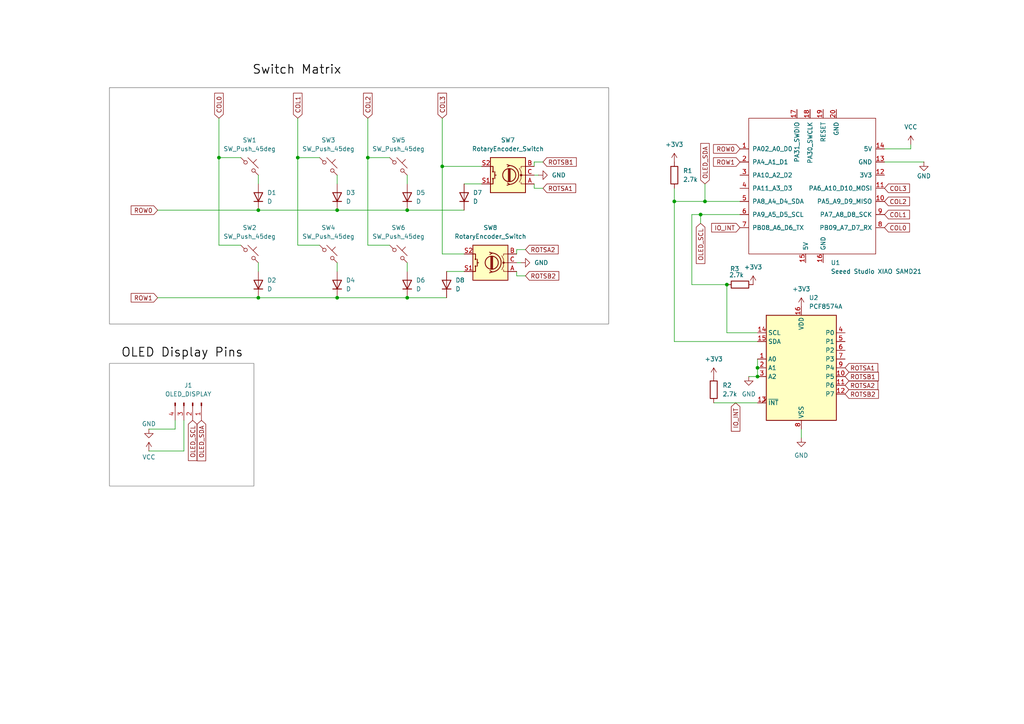
<source format=kicad_sch>
(kicad_sch
	(version 20231120)
	(generator "eeschema")
	(generator_version "8.0")
	(uuid "3cc19eb8-8cbb-4c10-9651-1dcc1a7b48aa")
	(paper "A4")
	(title_block
		(title "\"Hackpad\"")
		(date "2024-10-05")
		(rev "v1")
		(company "Matteo")
	)
	(lib_symbols
		(symbol "Connector:Conn_01x04_Pin"
			(pin_names
				(offset 1.016) hide)
			(exclude_from_sim no)
			(in_bom yes)
			(on_board yes)
			(property "Reference" "J"
				(at 0 5.08 0)
				(effects
					(font
						(size 1.27 1.27)
					)
				)
			)
			(property "Value" "Conn_01x04_Pin"
				(at 0 -7.62 0)
				(effects
					(font
						(size 1.27 1.27)
					)
				)
			)
			(property "Footprint" ""
				(at 0 0 0)
				(effects
					(font
						(size 1.27 1.27)
					)
					(hide yes)
				)
			)
			(property "Datasheet" "~"
				(at 0 0 0)
				(effects
					(font
						(size 1.27 1.27)
					)
					(hide yes)
				)
			)
			(property "Description" "Generic connector, single row, 01x04, script generated"
				(at 0 0 0)
				(effects
					(font
						(size 1.27 1.27)
					)
					(hide yes)
				)
			)
			(property "ki_locked" ""
				(at 0 0 0)
				(effects
					(font
						(size 1.27 1.27)
					)
				)
			)
			(property "ki_keywords" "connector"
				(at 0 0 0)
				(effects
					(font
						(size 1.27 1.27)
					)
					(hide yes)
				)
			)
			(property "ki_fp_filters" "Connector*:*_1x??_*"
				(at 0 0 0)
				(effects
					(font
						(size 1.27 1.27)
					)
					(hide yes)
				)
			)
			(symbol "Conn_01x04_Pin_1_1"
				(polyline
					(pts
						(xy 1.27 -5.08) (xy 0.8636 -5.08)
					)
					(stroke
						(width 0.1524)
						(type default)
					)
					(fill
						(type none)
					)
				)
				(polyline
					(pts
						(xy 1.27 -2.54) (xy 0.8636 -2.54)
					)
					(stroke
						(width 0.1524)
						(type default)
					)
					(fill
						(type none)
					)
				)
				(polyline
					(pts
						(xy 1.27 0) (xy 0.8636 0)
					)
					(stroke
						(width 0.1524)
						(type default)
					)
					(fill
						(type none)
					)
				)
				(polyline
					(pts
						(xy 1.27 2.54) (xy 0.8636 2.54)
					)
					(stroke
						(width 0.1524)
						(type default)
					)
					(fill
						(type none)
					)
				)
				(rectangle
					(start 0.8636 -4.953)
					(end 0 -5.207)
					(stroke
						(width 0.1524)
						(type default)
					)
					(fill
						(type outline)
					)
				)
				(rectangle
					(start 0.8636 -2.413)
					(end 0 -2.667)
					(stroke
						(width 0.1524)
						(type default)
					)
					(fill
						(type outline)
					)
				)
				(rectangle
					(start 0.8636 0.127)
					(end 0 -0.127)
					(stroke
						(width 0.1524)
						(type default)
					)
					(fill
						(type outline)
					)
				)
				(rectangle
					(start 0.8636 2.667)
					(end 0 2.413)
					(stroke
						(width 0.1524)
						(type default)
					)
					(fill
						(type outline)
					)
				)
				(pin passive line
					(at 5.08 2.54 180)
					(length 3.81)
					(name "Pin_1"
						(effects
							(font
								(size 1.27 1.27)
							)
						)
					)
					(number "1"
						(effects
							(font
								(size 1.27 1.27)
							)
						)
					)
				)
				(pin passive line
					(at 5.08 0 180)
					(length 3.81)
					(name "Pin_2"
						(effects
							(font
								(size 1.27 1.27)
							)
						)
					)
					(number "2"
						(effects
							(font
								(size 1.27 1.27)
							)
						)
					)
				)
				(pin passive line
					(at 5.08 -2.54 180)
					(length 3.81)
					(name "Pin_3"
						(effects
							(font
								(size 1.27 1.27)
							)
						)
					)
					(number "3"
						(effects
							(font
								(size 1.27 1.27)
							)
						)
					)
				)
				(pin passive line
					(at 5.08 -5.08 180)
					(length 3.81)
					(name "Pin_4"
						(effects
							(font
								(size 1.27 1.27)
							)
						)
					)
					(number "4"
						(effects
							(font
								(size 1.27 1.27)
							)
						)
					)
				)
			)
		)
		(symbol "Device:D"
			(pin_numbers hide)
			(pin_names
				(offset 1.016) hide)
			(exclude_from_sim no)
			(in_bom yes)
			(on_board yes)
			(property "Reference" "D"
				(at 0 2.54 0)
				(effects
					(font
						(size 1.27 1.27)
					)
				)
			)
			(property "Value" "D"
				(at 0 -2.54 0)
				(effects
					(font
						(size 1.27 1.27)
					)
				)
			)
			(property "Footprint" ""
				(at 0 0 0)
				(effects
					(font
						(size 1.27 1.27)
					)
					(hide yes)
				)
			)
			(property "Datasheet" "~"
				(at 0 0 0)
				(effects
					(font
						(size 1.27 1.27)
					)
					(hide yes)
				)
			)
			(property "Description" "Diode"
				(at 0 0 0)
				(effects
					(font
						(size 1.27 1.27)
					)
					(hide yes)
				)
			)
			(property "Sim.Device" "D"
				(at 0 0 0)
				(effects
					(font
						(size 1.27 1.27)
					)
					(hide yes)
				)
			)
			(property "Sim.Pins" "1=K 2=A"
				(at 0 0 0)
				(effects
					(font
						(size 1.27 1.27)
					)
					(hide yes)
				)
			)
			(property "ki_keywords" "diode"
				(at 0 0 0)
				(effects
					(font
						(size 1.27 1.27)
					)
					(hide yes)
				)
			)
			(property "ki_fp_filters" "TO-???* *_Diode_* *SingleDiode* D_*"
				(at 0 0 0)
				(effects
					(font
						(size 1.27 1.27)
					)
					(hide yes)
				)
			)
			(symbol "D_0_1"
				(polyline
					(pts
						(xy -1.27 1.27) (xy -1.27 -1.27)
					)
					(stroke
						(width 0.254)
						(type default)
					)
					(fill
						(type none)
					)
				)
				(polyline
					(pts
						(xy 1.27 0) (xy -1.27 0)
					)
					(stroke
						(width 0)
						(type default)
					)
					(fill
						(type none)
					)
				)
				(polyline
					(pts
						(xy 1.27 1.27) (xy 1.27 -1.27) (xy -1.27 0) (xy 1.27 1.27)
					)
					(stroke
						(width 0.254)
						(type default)
					)
					(fill
						(type none)
					)
				)
			)
			(symbol "D_1_1"
				(pin passive line
					(at -3.81 0 0)
					(length 2.54)
					(name "K"
						(effects
							(font
								(size 1.27 1.27)
							)
						)
					)
					(number "1"
						(effects
							(font
								(size 1.27 1.27)
							)
						)
					)
				)
				(pin passive line
					(at 3.81 0 180)
					(length 2.54)
					(name "A"
						(effects
							(font
								(size 1.27 1.27)
							)
						)
					)
					(number "2"
						(effects
							(font
								(size 1.27 1.27)
							)
						)
					)
				)
			)
		)
		(symbol "Device:R"
			(pin_numbers hide)
			(pin_names
				(offset 0)
			)
			(exclude_from_sim no)
			(in_bom yes)
			(on_board yes)
			(property "Reference" "R"
				(at 2.032 0 90)
				(effects
					(font
						(size 1.27 1.27)
					)
				)
			)
			(property "Value" "R"
				(at 0 0 90)
				(effects
					(font
						(size 1.27 1.27)
					)
				)
			)
			(property "Footprint" ""
				(at -1.778 0 90)
				(effects
					(font
						(size 1.27 1.27)
					)
					(hide yes)
				)
			)
			(property "Datasheet" "~"
				(at 0 0 0)
				(effects
					(font
						(size 1.27 1.27)
					)
					(hide yes)
				)
			)
			(property "Description" "Resistor"
				(at 0 0 0)
				(effects
					(font
						(size 1.27 1.27)
					)
					(hide yes)
				)
			)
			(property "ki_keywords" "R res resistor"
				(at 0 0 0)
				(effects
					(font
						(size 1.27 1.27)
					)
					(hide yes)
				)
			)
			(property "ki_fp_filters" "R_*"
				(at 0 0 0)
				(effects
					(font
						(size 1.27 1.27)
					)
					(hide yes)
				)
			)
			(symbol "R_0_1"
				(rectangle
					(start -1.016 -2.54)
					(end 1.016 2.54)
					(stroke
						(width 0.254)
						(type default)
					)
					(fill
						(type none)
					)
				)
			)
			(symbol "R_1_1"
				(pin passive line
					(at 0 3.81 270)
					(length 1.27)
					(name "~"
						(effects
							(font
								(size 1.27 1.27)
							)
						)
					)
					(number "1"
						(effects
							(font
								(size 1.27 1.27)
							)
						)
					)
				)
				(pin passive line
					(at 0 -3.81 90)
					(length 1.27)
					(name "~"
						(effects
							(font
								(size 1.27 1.27)
							)
						)
					)
					(number "2"
						(effects
							(font
								(size 1.27 1.27)
							)
						)
					)
				)
			)
		)
		(symbol "Device:RotaryEncoder_Switch"
			(pin_names
				(offset 0.254) hide)
			(exclude_from_sim no)
			(in_bom yes)
			(on_board yes)
			(property "Reference" "SW"
				(at 0 6.604 0)
				(effects
					(font
						(size 1.27 1.27)
					)
				)
			)
			(property "Value" "RotaryEncoder_Switch"
				(at 0 -6.604 0)
				(effects
					(font
						(size 1.27 1.27)
					)
				)
			)
			(property "Footprint" ""
				(at -3.81 4.064 0)
				(effects
					(font
						(size 1.27 1.27)
					)
					(hide yes)
				)
			)
			(property "Datasheet" "~"
				(at 0 6.604 0)
				(effects
					(font
						(size 1.27 1.27)
					)
					(hide yes)
				)
			)
			(property "Description" "Rotary encoder, dual channel, incremental quadrate outputs, with switch"
				(at 0 0 0)
				(effects
					(font
						(size 1.27 1.27)
					)
					(hide yes)
				)
			)
			(property "ki_keywords" "rotary switch encoder switch push button"
				(at 0 0 0)
				(effects
					(font
						(size 1.27 1.27)
					)
					(hide yes)
				)
			)
			(property "ki_fp_filters" "RotaryEncoder*Switch*"
				(at 0 0 0)
				(effects
					(font
						(size 1.27 1.27)
					)
					(hide yes)
				)
			)
			(symbol "RotaryEncoder_Switch_0_1"
				(rectangle
					(start -5.08 5.08)
					(end 5.08 -5.08)
					(stroke
						(width 0.254)
						(type default)
					)
					(fill
						(type background)
					)
				)
				(circle
					(center -3.81 0)
					(radius 0.254)
					(stroke
						(width 0)
						(type default)
					)
					(fill
						(type outline)
					)
				)
				(circle
					(center -0.381 0)
					(radius 1.905)
					(stroke
						(width 0.254)
						(type default)
					)
					(fill
						(type none)
					)
				)
				(arc
					(start -0.381 2.667)
					(mid -3.0988 -0.0635)
					(end -0.381 -2.794)
					(stroke
						(width 0.254)
						(type default)
					)
					(fill
						(type none)
					)
				)
				(polyline
					(pts
						(xy -0.635 -1.778) (xy -0.635 1.778)
					)
					(stroke
						(width 0.254)
						(type default)
					)
					(fill
						(type none)
					)
				)
				(polyline
					(pts
						(xy -0.381 -1.778) (xy -0.381 1.778)
					)
					(stroke
						(width 0.254)
						(type default)
					)
					(fill
						(type none)
					)
				)
				(polyline
					(pts
						(xy -0.127 1.778) (xy -0.127 -1.778)
					)
					(stroke
						(width 0.254)
						(type default)
					)
					(fill
						(type none)
					)
				)
				(polyline
					(pts
						(xy 3.81 0) (xy 3.429 0)
					)
					(stroke
						(width 0.254)
						(type default)
					)
					(fill
						(type none)
					)
				)
				(polyline
					(pts
						(xy 3.81 1.016) (xy 3.81 -1.016)
					)
					(stroke
						(width 0.254)
						(type default)
					)
					(fill
						(type none)
					)
				)
				(polyline
					(pts
						(xy -5.08 -2.54) (xy -3.81 -2.54) (xy -3.81 -2.032)
					)
					(stroke
						(width 0)
						(type default)
					)
					(fill
						(type none)
					)
				)
				(polyline
					(pts
						(xy -5.08 2.54) (xy -3.81 2.54) (xy -3.81 2.032)
					)
					(stroke
						(width 0)
						(type default)
					)
					(fill
						(type none)
					)
				)
				(polyline
					(pts
						(xy 0.254 -3.048) (xy -0.508 -2.794) (xy 0.127 -2.413)
					)
					(stroke
						(width 0.254)
						(type default)
					)
					(fill
						(type none)
					)
				)
				(polyline
					(pts
						(xy 0.254 2.921) (xy -0.508 2.667) (xy 0.127 2.286)
					)
					(stroke
						(width 0.254)
						(type default)
					)
					(fill
						(type none)
					)
				)
				(polyline
					(pts
						(xy 5.08 -2.54) (xy 4.318 -2.54) (xy 4.318 -1.016)
					)
					(stroke
						(width 0.254)
						(type default)
					)
					(fill
						(type none)
					)
				)
				(polyline
					(pts
						(xy 5.08 2.54) (xy 4.318 2.54) (xy 4.318 1.016)
					)
					(stroke
						(width 0.254)
						(type default)
					)
					(fill
						(type none)
					)
				)
				(polyline
					(pts
						(xy -5.08 0) (xy -3.81 0) (xy -3.81 -1.016) (xy -3.302 -2.032)
					)
					(stroke
						(width 0)
						(type default)
					)
					(fill
						(type none)
					)
				)
				(polyline
					(pts
						(xy -4.318 0) (xy -3.81 0) (xy -3.81 1.016) (xy -3.302 2.032)
					)
					(stroke
						(width 0)
						(type default)
					)
					(fill
						(type none)
					)
				)
				(circle
					(center 4.318 -1.016)
					(radius 0.127)
					(stroke
						(width 0.254)
						(type default)
					)
					(fill
						(type none)
					)
				)
				(circle
					(center 4.318 1.016)
					(radius 0.127)
					(stroke
						(width 0.254)
						(type default)
					)
					(fill
						(type none)
					)
				)
			)
			(symbol "RotaryEncoder_Switch_1_1"
				(pin passive line
					(at -7.62 2.54 0)
					(length 2.54)
					(name "A"
						(effects
							(font
								(size 1.27 1.27)
							)
						)
					)
					(number "A"
						(effects
							(font
								(size 1.27 1.27)
							)
						)
					)
				)
				(pin passive line
					(at -7.62 -2.54 0)
					(length 2.54)
					(name "B"
						(effects
							(font
								(size 1.27 1.27)
							)
						)
					)
					(number "B"
						(effects
							(font
								(size 1.27 1.27)
							)
						)
					)
				)
				(pin passive line
					(at -7.62 0 0)
					(length 2.54)
					(name "C"
						(effects
							(font
								(size 1.27 1.27)
							)
						)
					)
					(number "C"
						(effects
							(font
								(size 1.27 1.27)
							)
						)
					)
				)
				(pin passive line
					(at 7.62 2.54 180)
					(length 2.54)
					(name "S1"
						(effects
							(font
								(size 1.27 1.27)
							)
						)
					)
					(number "S1"
						(effects
							(font
								(size 1.27 1.27)
							)
						)
					)
				)
				(pin passive line
					(at 7.62 -2.54 180)
					(length 2.54)
					(name "S2"
						(effects
							(font
								(size 1.27 1.27)
							)
						)
					)
					(number "S2"
						(effects
							(font
								(size 1.27 1.27)
							)
						)
					)
				)
			)
		)
		(symbol "Interface_Expansion:PCF8574A"
			(exclude_from_sim no)
			(in_bom yes)
			(on_board yes)
			(property "Reference" "U"
				(at -8.89 16.51 0)
				(effects
					(font
						(size 1.27 1.27)
					)
					(justify left)
				)
			)
			(property "Value" "PCF8574A"
				(at 2.54 16.51 0)
				(effects
					(font
						(size 1.27 1.27)
					)
					(justify left)
				)
			)
			(property "Footprint" ""
				(at 0 0 0)
				(effects
					(font
						(size 1.27 1.27)
					)
					(hide yes)
				)
			)
			(property "Datasheet" "http://www.nxp.com/docs/en/data-sheet/PCF8574_PCF8574A.pdf"
				(at 0 0 0)
				(effects
					(font
						(size 1.27 1.27)
					)
					(hide yes)
				)
			)
			(property "Description" "8 Bit Port/Expander to I2C Bus, DIP/SOIC-16"
				(at 0 0 0)
				(effects
					(font
						(size 1.27 1.27)
					)
					(hide yes)
				)
			)
			(property "ki_keywords" "I2C Expander"
				(at 0 0 0)
				(effects
					(font
						(size 1.27 1.27)
					)
					(hide yes)
				)
			)
			(property "ki_fp_filters" "DIP*W7.62mm* SOIC*7.5x10.3mm*P1.27mm*"
				(at 0 0 0)
				(effects
					(font
						(size 1.27 1.27)
					)
					(hide yes)
				)
			)
			(symbol "PCF8574A_0_1"
				(rectangle
					(start -10.16 15.24)
					(end 10.16 -15.24)
					(stroke
						(width 0.254)
						(type default)
					)
					(fill
						(type background)
					)
				)
			)
			(symbol "PCF8574A_1_1"
				(pin input line
					(at -12.7 2.54 0)
					(length 2.54)
					(name "A0"
						(effects
							(font
								(size 1.27 1.27)
							)
						)
					)
					(number "1"
						(effects
							(font
								(size 1.27 1.27)
							)
						)
					)
				)
				(pin bidirectional line
					(at 12.7 -2.54 180)
					(length 2.54)
					(name "P5"
						(effects
							(font
								(size 1.27 1.27)
							)
						)
					)
					(number "10"
						(effects
							(font
								(size 1.27 1.27)
							)
						)
					)
				)
				(pin bidirectional line
					(at 12.7 -5.08 180)
					(length 2.54)
					(name "P6"
						(effects
							(font
								(size 1.27 1.27)
							)
						)
					)
					(number "11"
						(effects
							(font
								(size 1.27 1.27)
							)
						)
					)
				)
				(pin bidirectional line
					(at 12.7 -7.62 180)
					(length 2.54)
					(name "P7"
						(effects
							(font
								(size 1.27 1.27)
							)
						)
					)
					(number "12"
						(effects
							(font
								(size 1.27 1.27)
							)
						)
					)
				)
				(pin open_collector output_low
					(at -12.7 -10.16 0)
					(length 2.54)
					(name "~{INT}"
						(effects
							(font
								(size 1.27 1.27)
							)
						)
					)
					(number "13"
						(effects
							(font
								(size 1.27 1.27)
							)
						)
					)
				)
				(pin input line
					(at -12.7 10.16 0)
					(length 2.54)
					(name "SCL"
						(effects
							(font
								(size 1.27 1.27)
							)
						)
					)
					(number "14"
						(effects
							(font
								(size 1.27 1.27)
							)
						)
					)
				)
				(pin bidirectional line
					(at -12.7 7.62 0)
					(length 2.54)
					(name "SDA"
						(effects
							(font
								(size 1.27 1.27)
							)
						)
					)
					(number "15"
						(effects
							(font
								(size 1.27 1.27)
							)
						)
					)
				)
				(pin power_in line
					(at 0 17.78 270)
					(length 2.54)
					(name "VDD"
						(effects
							(font
								(size 1.27 1.27)
							)
						)
					)
					(number "16"
						(effects
							(font
								(size 1.27 1.27)
							)
						)
					)
				)
				(pin input line
					(at -12.7 0 0)
					(length 2.54)
					(name "A1"
						(effects
							(font
								(size 1.27 1.27)
							)
						)
					)
					(number "2"
						(effects
							(font
								(size 1.27 1.27)
							)
						)
					)
				)
				(pin input line
					(at -12.7 -2.54 0)
					(length 2.54)
					(name "A2"
						(effects
							(font
								(size 1.27 1.27)
							)
						)
					)
					(number "3"
						(effects
							(font
								(size 1.27 1.27)
							)
						)
					)
				)
				(pin bidirectional line
					(at 12.7 10.16 180)
					(length 2.54)
					(name "P0"
						(effects
							(font
								(size 1.27 1.27)
							)
						)
					)
					(number "4"
						(effects
							(font
								(size 1.27 1.27)
							)
						)
					)
				)
				(pin bidirectional line
					(at 12.7 7.62 180)
					(length 2.54)
					(name "P1"
						(effects
							(font
								(size 1.27 1.27)
							)
						)
					)
					(number "5"
						(effects
							(font
								(size 1.27 1.27)
							)
						)
					)
				)
				(pin bidirectional line
					(at 12.7 5.08 180)
					(length 2.54)
					(name "P2"
						(effects
							(font
								(size 1.27 1.27)
							)
						)
					)
					(number "6"
						(effects
							(font
								(size 1.27 1.27)
							)
						)
					)
				)
				(pin bidirectional line
					(at 12.7 2.54 180)
					(length 2.54)
					(name "P3"
						(effects
							(font
								(size 1.27 1.27)
							)
						)
					)
					(number "7"
						(effects
							(font
								(size 1.27 1.27)
							)
						)
					)
				)
				(pin power_in line
					(at 0 -17.78 90)
					(length 2.54)
					(name "VSS"
						(effects
							(font
								(size 1.27 1.27)
							)
						)
					)
					(number "8"
						(effects
							(font
								(size 1.27 1.27)
							)
						)
					)
				)
				(pin bidirectional line
					(at 12.7 0 180)
					(length 2.54)
					(name "P4"
						(effects
							(font
								(size 1.27 1.27)
							)
						)
					)
					(number "9"
						(effects
							(font
								(size 1.27 1.27)
							)
						)
					)
				)
			)
		)
		(symbol "Seeed_Studio_XIAO_Series:Seeed Studio XIAO SAMD21"
			(pin_names
				(offset 1.016)
			)
			(exclude_from_sim no)
			(in_bom yes)
			(on_board yes)
			(property "Reference" "U"
				(at -19.05 22.86 0)
				(effects
					(font
						(size 1.27 1.27)
					)
				)
			)
			(property "Value" "Seeed Studio XIAO SAMD21"
				(at -12.7 21.59 0)
				(effects
					(font
						(size 1.27 1.27)
					)
				)
			)
			(property "Footprint" ""
				(at -8.89 5.08 0)
				(effects
					(font
						(size 1.27 1.27)
					)
					(hide yes)
				)
			)
			(property "Datasheet" ""
				(at -8.89 5.08 0)
				(effects
					(font
						(size 1.27 1.27)
					)
					(hide yes)
				)
			)
			(property "Description" ""
				(at 0 0 0)
				(effects
					(font
						(size 1.27 1.27)
					)
					(hide yes)
				)
			)
			(symbol "Seeed Studio XIAO SAMD21_0_1"
				(rectangle
					(start -19.05 20.32)
					(end 17.78 -19.05)
					(stroke
						(width 0)
						(type default)
					)
					(fill
						(type none)
					)
				)
			)
			(symbol "Seeed Studio XIAO SAMD21_1_1"
				(pin unspecified line
					(at -21.59 11.43 0)
					(length 2.54)
					(name "PA02_A0_D0"
						(effects
							(font
								(size 1.27 1.27)
							)
						)
					)
					(number "1"
						(effects
							(font
								(size 1.27 1.27)
							)
						)
					)
				)
				(pin unspecified line
					(at 20.32 -3.81 180)
					(length 2.54)
					(name "PA5_A9_D9_MISO"
						(effects
							(font
								(size 1.27 1.27)
							)
						)
					)
					(number "10"
						(effects
							(font
								(size 1.27 1.27)
							)
						)
					)
				)
				(pin unspecified line
					(at 20.32 0 180)
					(length 2.54)
					(name "PA6_A10_D10_MOSI"
						(effects
							(font
								(size 1.27 1.27)
							)
						)
					)
					(number "11"
						(effects
							(font
								(size 1.27 1.27)
							)
						)
					)
				)
				(pin unspecified line
					(at 20.32 3.81 180)
					(length 2.54)
					(name "3V3"
						(effects
							(font
								(size 1.27 1.27)
							)
						)
					)
					(number "12"
						(effects
							(font
								(size 1.27 1.27)
							)
						)
					)
				)
				(pin unspecified line
					(at 20.32 7.62 180)
					(length 2.54)
					(name "GND"
						(effects
							(font
								(size 1.27 1.27)
							)
						)
					)
					(number "13"
						(effects
							(font
								(size 1.27 1.27)
							)
						)
					)
				)
				(pin unspecified line
					(at 20.32 11.43 180)
					(length 2.54)
					(name "5V"
						(effects
							(font
								(size 1.27 1.27)
							)
						)
					)
					(number "14"
						(effects
							(font
								(size 1.27 1.27)
							)
						)
					)
				)
				(pin input line
					(at -2.54 -21.59 90)
					(length 2.54)
					(name "5V"
						(effects
							(font
								(size 1.27 1.27)
							)
						)
					)
					(number "15"
						(effects
							(font
								(size 1.27 1.27)
							)
						)
					)
				)
				(pin input line
					(at 2.54 -21.59 90)
					(length 2.54)
					(name "GND"
						(effects
							(font
								(size 1.27 1.27)
							)
						)
					)
					(number "16"
						(effects
							(font
								(size 1.27 1.27)
							)
						)
					)
				)
				(pin input line
					(at -5.08 22.86 270)
					(length 2.54)
					(name "PA31_SWDIO"
						(effects
							(font
								(size 1.27 1.27)
							)
						)
					)
					(number "17"
						(effects
							(font
								(size 1.27 1.27)
							)
						)
					)
				)
				(pin input line
					(at -1.27 22.86 270)
					(length 2.54)
					(name "PA30_SWCLK"
						(effects
							(font
								(size 1.27 1.27)
							)
						)
					)
					(number "18"
						(effects
							(font
								(size 1.27 1.27)
							)
						)
					)
				)
				(pin input line
					(at 2.54 22.86 270)
					(length 2.54)
					(name "RESET"
						(effects
							(font
								(size 1.27 1.27)
							)
						)
					)
					(number "19"
						(effects
							(font
								(size 1.27 1.27)
							)
						)
					)
				)
				(pin unspecified line
					(at -21.59 7.62 0)
					(length 2.54)
					(name "PA4_A1_D1"
						(effects
							(font
								(size 1.27 1.27)
							)
						)
					)
					(number "2"
						(effects
							(font
								(size 1.27 1.27)
							)
						)
					)
				)
				(pin input line
					(at 6.35 22.86 270)
					(length 2.54)
					(name "GND"
						(effects
							(font
								(size 1.27 1.27)
							)
						)
					)
					(number "20"
						(effects
							(font
								(size 1.27 1.27)
							)
						)
					)
				)
				(pin unspecified line
					(at -21.59 3.81 0)
					(length 2.54)
					(name "PA10_A2_D2"
						(effects
							(font
								(size 1.27 1.27)
							)
						)
					)
					(number "3"
						(effects
							(font
								(size 1.27 1.27)
							)
						)
					)
				)
				(pin unspecified line
					(at -21.59 0 0)
					(length 2.54)
					(name "PA11_A3_D3"
						(effects
							(font
								(size 1.27 1.27)
							)
						)
					)
					(number "4"
						(effects
							(font
								(size 1.27 1.27)
							)
						)
					)
				)
				(pin unspecified line
					(at -21.59 -3.81 0)
					(length 2.54)
					(name "PA8_A4_D4_SDA"
						(effects
							(font
								(size 1.27 1.27)
							)
						)
					)
					(number "5"
						(effects
							(font
								(size 1.27 1.27)
							)
						)
					)
				)
				(pin unspecified line
					(at -21.59 -7.62 0)
					(length 2.54)
					(name "PA9_A5_D5_SCL"
						(effects
							(font
								(size 1.27 1.27)
							)
						)
					)
					(number "6"
						(effects
							(font
								(size 1.27 1.27)
							)
						)
					)
				)
				(pin unspecified line
					(at -21.59 -11.43 0)
					(length 2.54)
					(name "PB08_A6_D6_TX"
						(effects
							(font
								(size 1.27 1.27)
							)
						)
					)
					(number "7"
						(effects
							(font
								(size 1.27 1.27)
							)
						)
					)
				)
				(pin unspecified line
					(at 20.32 -11.43 180)
					(length 2.54)
					(name "PB09_A7_D7_RX"
						(effects
							(font
								(size 1.27 1.27)
							)
						)
					)
					(number "8"
						(effects
							(font
								(size 1.27 1.27)
							)
						)
					)
				)
				(pin unspecified line
					(at 20.32 -7.62 180)
					(length 2.54)
					(name "PA7_A8_D8_SCK"
						(effects
							(font
								(size 1.27 1.27)
							)
						)
					)
					(number "9"
						(effects
							(font
								(size 1.27 1.27)
							)
						)
					)
				)
			)
		)
		(symbol "Switch:SW_Push_45deg"
			(pin_numbers hide)
			(pin_names
				(offset 1.016) hide)
			(exclude_from_sim no)
			(in_bom yes)
			(on_board yes)
			(property "Reference" "SW"
				(at 3.048 1.016 0)
				(effects
					(font
						(size 1.27 1.27)
					)
					(justify left)
				)
			)
			(property "Value" "SW_Push_45deg"
				(at 0 -3.81 0)
				(effects
					(font
						(size 1.27 1.27)
					)
				)
			)
			(property "Footprint" ""
				(at 0 0 0)
				(effects
					(font
						(size 1.27 1.27)
					)
					(hide yes)
				)
			)
			(property "Datasheet" "~"
				(at 0 0 0)
				(effects
					(font
						(size 1.27 1.27)
					)
					(hide yes)
				)
			)
			(property "Description" "Push button switch, normally open, two pins, 45° tilted"
				(at 0 0 0)
				(effects
					(font
						(size 1.27 1.27)
					)
					(hide yes)
				)
			)
			(property "ki_keywords" "switch normally-open pushbutton push-button"
				(at 0 0 0)
				(effects
					(font
						(size 1.27 1.27)
					)
					(hide yes)
				)
			)
			(symbol "SW_Push_45deg_0_1"
				(circle
					(center -1.1684 1.1684)
					(radius 0.508)
					(stroke
						(width 0)
						(type default)
					)
					(fill
						(type none)
					)
				)
				(polyline
					(pts
						(xy -0.508 2.54) (xy 2.54 -0.508)
					)
					(stroke
						(width 0)
						(type default)
					)
					(fill
						(type none)
					)
				)
				(polyline
					(pts
						(xy 1.016 1.016) (xy 2.032 2.032)
					)
					(stroke
						(width 0)
						(type default)
					)
					(fill
						(type none)
					)
				)
				(polyline
					(pts
						(xy -2.54 2.54) (xy -1.524 1.524) (xy -1.524 1.524)
					)
					(stroke
						(width 0)
						(type default)
					)
					(fill
						(type none)
					)
				)
				(polyline
					(pts
						(xy 1.524 -1.524) (xy 2.54 -2.54) (xy 2.54 -2.54) (xy 2.54 -2.54)
					)
					(stroke
						(width 0)
						(type default)
					)
					(fill
						(type none)
					)
				)
				(circle
					(center 1.143 -1.1938)
					(radius 0.508)
					(stroke
						(width 0)
						(type default)
					)
					(fill
						(type none)
					)
				)
				(pin passive line
					(at -2.54 2.54 0)
					(length 0)
					(name "1"
						(effects
							(font
								(size 1.27 1.27)
							)
						)
					)
					(number "1"
						(effects
							(font
								(size 1.27 1.27)
							)
						)
					)
				)
				(pin passive line
					(at 2.54 -2.54 180)
					(length 0)
					(name "2"
						(effects
							(font
								(size 1.27 1.27)
							)
						)
					)
					(number "2"
						(effects
							(font
								(size 1.27 1.27)
							)
						)
					)
				)
			)
		)
		(symbol "power:+3V3"
			(power)
			(pin_numbers hide)
			(pin_names
				(offset 0) hide)
			(exclude_from_sim no)
			(in_bom yes)
			(on_board yes)
			(property "Reference" "#PWR"
				(at 0 -3.81 0)
				(effects
					(font
						(size 1.27 1.27)
					)
					(hide yes)
				)
			)
			(property "Value" "+3V3"
				(at 0 3.556 0)
				(effects
					(font
						(size 1.27 1.27)
					)
				)
			)
			(property "Footprint" ""
				(at 0 0 0)
				(effects
					(font
						(size 1.27 1.27)
					)
					(hide yes)
				)
			)
			(property "Datasheet" ""
				(at 0 0 0)
				(effects
					(font
						(size 1.27 1.27)
					)
					(hide yes)
				)
			)
			(property "Description" "Power symbol creates a global label with name \"+3V3\""
				(at 0 0 0)
				(effects
					(font
						(size 1.27 1.27)
					)
					(hide yes)
				)
			)
			(property "ki_keywords" "global power"
				(at 0 0 0)
				(effects
					(font
						(size 1.27 1.27)
					)
					(hide yes)
				)
			)
			(symbol "+3V3_0_1"
				(polyline
					(pts
						(xy -0.762 1.27) (xy 0 2.54)
					)
					(stroke
						(width 0)
						(type default)
					)
					(fill
						(type none)
					)
				)
				(polyline
					(pts
						(xy 0 0) (xy 0 2.54)
					)
					(stroke
						(width 0)
						(type default)
					)
					(fill
						(type none)
					)
				)
				(polyline
					(pts
						(xy 0 2.54) (xy 0.762 1.27)
					)
					(stroke
						(width 0)
						(type default)
					)
					(fill
						(type none)
					)
				)
			)
			(symbol "+3V3_1_1"
				(pin power_in line
					(at 0 0 90)
					(length 0)
					(name "~"
						(effects
							(font
								(size 1.27 1.27)
							)
						)
					)
					(number "1"
						(effects
							(font
								(size 1.27 1.27)
							)
						)
					)
				)
			)
		)
		(symbol "power:GND"
			(power)
			(pin_numbers hide)
			(pin_names
				(offset 0) hide)
			(exclude_from_sim no)
			(in_bom yes)
			(on_board yes)
			(property "Reference" "#PWR"
				(at 0 -6.35 0)
				(effects
					(font
						(size 1.27 1.27)
					)
					(hide yes)
				)
			)
			(property "Value" "GND"
				(at 0 -3.81 0)
				(effects
					(font
						(size 1.27 1.27)
					)
				)
			)
			(property "Footprint" ""
				(at 0 0 0)
				(effects
					(font
						(size 1.27 1.27)
					)
					(hide yes)
				)
			)
			(property "Datasheet" ""
				(at 0 0 0)
				(effects
					(font
						(size 1.27 1.27)
					)
					(hide yes)
				)
			)
			(property "Description" "Power symbol creates a global label with name \"GND\" , ground"
				(at 0 0 0)
				(effects
					(font
						(size 1.27 1.27)
					)
					(hide yes)
				)
			)
			(property "ki_keywords" "global power"
				(at 0 0 0)
				(effects
					(font
						(size 1.27 1.27)
					)
					(hide yes)
				)
			)
			(symbol "GND_0_1"
				(polyline
					(pts
						(xy 0 0) (xy 0 -1.27) (xy 1.27 -1.27) (xy 0 -2.54) (xy -1.27 -1.27) (xy 0 -1.27)
					)
					(stroke
						(width 0)
						(type default)
					)
					(fill
						(type none)
					)
				)
			)
			(symbol "GND_1_1"
				(pin power_in line
					(at 0 0 270)
					(length 0)
					(name "~"
						(effects
							(font
								(size 1.27 1.27)
							)
						)
					)
					(number "1"
						(effects
							(font
								(size 1.27 1.27)
							)
						)
					)
				)
			)
		)
		(symbol "power:VCC"
			(power)
			(pin_numbers hide)
			(pin_names
				(offset 0) hide)
			(exclude_from_sim no)
			(in_bom yes)
			(on_board yes)
			(property "Reference" "#PWR"
				(at 0 -3.81 0)
				(effects
					(font
						(size 1.27 1.27)
					)
					(hide yes)
				)
			)
			(property "Value" "VCC"
				(at 0 3.556 0)
				(effects
					(font
						(size 1.27 1.27)
					)
				)
			)
			(property "Footprint" ""
				(at 0 0 0)
				(effects
					(font
						(size 1.27 1.27)
					)
					(hide yes)
				)
			)
			(property "Datasheet" ""
				(at 0 0 0)
				(effects
					(font
						(size 1.27 1.27)
					)
					(hide yes)
				)
			)
			(property "Description" "Power symbol creates a global label with name \"VCC\""
				(at 0 0 0)
				(effects
					(font
						(size 1.27 1.27)
					)
					(hide yes)
				)
			)
			(property "ki_keywords" "global power"
				(at 0 0 0)
				(effects
					(font
						(size 1.27 1.27)
					)
					(hide yes)
				)
			)
			(symbol "VCC_0_1"
				(polyline
					(pts
						(xy -0.762 1.27) (xy 0 2.54)
					)
					(stroke
						(width 0)
						(type default)
					)
					(fill
						(type none)
					)
				)
				(polyline
					(pts
						(xy 0 0) (xy 0 2.54)
					)
					(stroke
						(width 0)
						(type default)
					)
					(fill
						(type none)
					)
				)
				(polyline
					(pts
						(xy 0 2.54) (xy 0.762 1.27)
					)
					(stroke
						(width 0)
						(type default)
					)
					(fill
						(type none)
					)
				)
			)
			(symbol "VCC_1_1"
				(pin power_in line
					(at 0 0 90)
					(length 0)
					(name "~"
						(effects
							(font
								(size 1.27 1.27)
							)
						)
					)
					(number "1"
						(effects
							(font
								(size 1.27 1.27)
							)
						)
					)
				)
			)
		)
	)
	(junction
		(at 204.47 58.42)
		(diameter 0)
		(color 0 0 0 0)
		(uuid "03badaf7-ec89-408b-a8c4-307b4b572f4a")
	)
	(junction
		(at 118.11 60.96)
		(diameter 0)
		(color 0 0 0 0)
		(uuid "0f6559bb-a808-4b88-bc10-297fd7af8e04")
	)
	(junction
		(at 210.82 82.55)
		(diameter 0)
		(color 0 0 0 0)
		(uuid "1ec4979a-e862-499f-a021-f3c7c1f4a350")
	)
	(junction
		(at 219.71 106.68)
		(diameter 0)
		(color 0 0 0 0)
		(uuid "288c7068-caf3-4f1a-9070-866fcbba7ddc")
	)
	(junction
		(at 195.58 58.42)
		(diameter 0)
		(color 0 0 0 0)
		(uuid "377f6b3b-2759-40f3-8d01-bafdbd4eb681")
	)
	(junction
		(at 74.93 86.36)
		(diameter 0)
		(color 0 0 0 0)
		(uuid "3894035b-d6cd-41e8-9690-eabdf06bff0f")
	)
	(junction
		(at 203.2 62.23)
		(diameter 0)
		(color 0 0 0 0)
		(uuid "4a78305a-a100-447e-81fc-60780e3b67bd")
	)
	(junction
		(at 106.68 45.72)
		(diameter 0)
		(color 0 0 0 0)
		(uuid "985f3d0e-99fd-42eb-94ad-2a53925109e8")
	)
	(junction
		(at 86.36 45.72)
		(diameter 0)
		(color 0 0 0 0)
		(uuid "9d2b124b-3b21-404d-a225-4d3485c533df")
	)
	(junction
		(at 97.79 86.36)
		(diameter 0)
		(color 0 0 0 0)
		(uuid "c485671a-5f8f-400b-9109-edb6cbd7bc67")
	)
	(junction
		(at 128.27 48.26)
		(diameter 0)
		(color 0 0 0 0)
		(uuid "cc20395e-913f-4aaf-b9af-c7d0fd37bee1")
	)
	(junction
		(at 97.79 60.96)
		(diameter 0)
		(color 0 0 0 0)
		(uuid "d2eeb38b-6e23-4dff-aa7e-12b656a8f4f7")
	)
	(junction
		(at 74.93 60.96)
		(diameter 0)
		(color 0 0 0 0)
		(uuid "e159e354-685c-4642-9490-9377bac2eeca")
	)
	(junction
		(at 63.5 45.72)
		(diameter 0)
		(color 0 0 0 0)
		(uuid "e6a3dfd1-40b2-4b8e-9a84-ed774716ad8b")
	)
	(junction
		(at 118.11 86.36)
		(diameter 0)
		(color 0 0 0 0)
		(uuid "eca2a232-09d3-47c9-8918-96d36ee2e35a")
	)
	(junction
		(at 219.71 109.22)
		(diameter 0)
		(color 0 0 0 0)
		(uuid "f5c9af21-9b7f-440d-ade5-b199030823ee")
	)
	(wire
		(pts
			(xy 86.36 45.72) (xy 92.71 45.72)
		)
		(stroke
			(width 0)
			(type default)
		)
		(uuid "0602ddd4-974b-4c80-b47f-f2a38415a100")
	)
	(wire
		(pts
			(xy 134.62 78.74) (xy 129.54 78.74)
		)
		(stroke
			(width 0)
			(type default)
		)
		(uuid "09ec2911-8dcc-401b-98f2-20bf9cbb3674")
	)
	(wire
		(pts
			(xy 106.68 45.72) (xy 113.03 45.72)
		)
		(stroke
			(width 0)
			(type default)
		)
		(uuid "1081aad2-6f36-487c-a120-10fec2454815")
	)
	(wire
		(pts
			(xy 63.5 71.12) (xy 69.85 71.12)
		)
		(stroke
			(width 0)
			(type default)
		)
		(uuid "158f8c13-f44b-446d-9e26-5f09341d2e0b")
	)
	(wire
		(pts
			(xy 118.11 60.96) (xy 134.62 60.96)
		)
		(stroke
			(width 0)
			(type default)
		)
		(uuid "15f27658-9a97-4555-b8f5-3be2e7f8a029")
	)
	(wire
		(pts
			(xy 118.11 50.8) (xy 118.11 53.34)
		)
		(stroke
			(width 0)
			(type default)
		)
		(uuid "15f9e645-7aa4-4c9a-8e7a-4a67d5513c14")
	)
	(wire
		(pts
			(xy 195.58 99.06) (xy 195.58 58.42)
		)
		(stroke
			(width 0)
			(type default)
		)
		(uuid "19132ea2-ba02-47b3-9de0-3360bb83631a")
	)
	(wire
		(pts
			(xy 86.36 71.12) (xy 92.71 71.12)
		)
		(stroke
			(width 0)
			(type default)
		)
		(uuid "1b296c7e-670a-4288-abf8-e92f0416b9d1")
	)
	(wire
		(pts
			(xy 43.18 130.81) (xy 53.34 130.81)
		)
		(stroke
			(width 0)
			(type default)
		)
		(uuid "1c221baa-6ff6-435e-94b6-27c20abf924b")
	)
	(wire
		(pts
			(xy 256.54 46.99) (xy 267.97 46.99)
		)
		(stroke
			(width 0)
			(type default)
		)
		(uuid "20e158c4-589f-4e23-b217-4c9c037ec2cc")
	)
	(wire
		(pts
			(xy 256.54 43.18) (xy 264.16 43.18)
		)
		(stroke
			(width 0)
			(type default)
		)
		(uuid "244c5cae-966d-4147-be00-cb37c244d3d3")
	)
	(wire
		(pts
			(xy 149.86 80.01) (xy 149.86 78.74)
		)
		(stroke
			(width 0)
			(type default)
		)
		(uuid "2f3f475e-6e7f-48ff-8ac3-8f64ffa04782")
	)
	(wire
		(pts
			(xy 204.47 53.34) (xy 204.47 58.42)
		)
		(stroke
			(width 0)
			(type default)
		)
		(uuid "33bb2569-a390-400a-82c2-d8da0d323468")
	)
	(wire
		(pts
			(xy 50.8 124.46) (xy 50.8 121.92)
		)
		(stroke
			(width 0)
			(type default)
		)
		(uuid "342cbece-b4e1-4472-8cb0-9ad8e633b7b0")
	)
	(wire
		(pts
			(xy 152.4 80.01) (xy 149.86 80.01)
		)
		(stroke
			(width 0)
			(type default)
		)
		(uuid "357a127a-93dc-4682-956e-c0fd90018d75")
	)
	(wire
		(pts
			(xy 204.47 58.42) (xy 214.63 58.42)
		)
		(stroke
			(width 0)
			(type default)
		)
		(uuid "36dabad1-7b97-4c7f-b09d-df57fbbd1da3")
	)
	(wire
		(pts
			(xy 151.13 76.2) (xy 149.86 76.2)
		)
		(stroke
			(width 0)
			(type default)
		)
		(uuid "370500b8-95da-4857-b517-605785fdd6da")
	)
	(wire
		(pts
			(xy 128.27 48.26) (xy 128.27 73.66)
		)
		(stroke
			(width 0)
			(type default)
		)
		(uuid "3856d656-b203-43e4-8ebc-a7fc35bd43e7")
	)
	(wire
		(pts
			(xy 118.11 76.2) (xy 118.11 78.74)
		)
		(stroke
			(width 0)
			(type default)
		)
		(uuid "449ea6e9-a845-4b38-a260-3264a4bd1427")
	)
	(wire
		(pts
			(xy 45.72 86.36) (xy 74.93 86.36)
		)
		(stroke
			(width 0)
			(type default)
		)
		(uuid "51e009fa-4769-4bc5-9900-4fc21b850b78")
	)
	(wire
		(pts
			(xy 219.71 104.14) (xy 219.71 106.68)
		)
		(stroke
			(width 0)
			(type default)
		)
		(uuid "537a1389-d56c-4059-a974-d7372f0effe0")
	)
	(wire
		(pts
			(xy 207.01 116.84) (xy 219.71 116.84)
		)
		(stroke
			(width 0)
			(type default)
		)
		(uuid "57f41a98-42bc-4cc3-8265-059e55fc02e9")
	)
	(wire
		(pts
			(xy 97.79 76.2) (xy 97.79 78.74)
		)
		(stroke
			(width 0)
			(type default)
		)
		(uuid "5e270565-9c88-4a6b-b05e-53afd09fa258")
	)
	(wire
		(pts
			(xy 203.2 64.77) (xy 203.2 62.23)
		)
		(stroke
			(width 0)
			(type default)
		)
		(uuid "61afcb02-8195-4c33-bac8-ef8f2d0881ca")
	)
	(wire
		(pts
			(xy 86.36 34.29) (xy 86.36 45.72)
		)
		(stroke
			(width 0)
			(type default)
		)
		(uuid "62dc1a30-7bdb-476f-8946-5f6b4f97861b")
	)
	(wire
		(pts
			(xy 63.5 45.72) (xy 63.5 71.12)
		)
		(stroke
			(width 0)
			(type default)
		)
		(uuid "65036e30-527e-408e-9271-dc40d62171ed")
	)
	(wire
		(pts
			(xy 210.82 96.52) (xy 219.71 96.52)
		)
		(stroke
			(width 0)
			(type default)
		)
		(uuid "66c58106-657e-4f86-9950-77773babc7ac")
	)
	(wire
		(pts
			(xy 139.7 53.34) (xy 134.62 53.34)
		)
		(stroke
			(width 0)
			(type default)
		)
		(uuid "6a8a5544-7c6d-4b1e-85db-19eb137c7b01")
	)
	(wire
		(pts
			(xy 74.93 76.2) (xy 74.93 78.74)
		)
		(stroke
			(width 0)
			(type default)
		)
		(uuid "6af98584-8768-42f2-b463-8915aaf69025")
	)
	(wire
		(pts
			(xy 154.94 54.61) (xy 154.94 53.34)
		)
		(stroke
			(width 0)
			(type default)
		)
		(uuid "6f58fa5c-de1d-4aea-9119-df854eb1947d")
	)
	(wire
		(pts
			(xy 210.82 82.55) (xy 210.82 96.52)
		)
		(stroke
			(width 0)
			(type default)
		)
		(uuid "73076426-f601-4484-8a50-65fbdec66567")
	)
	(wire
		(pts
			(xy 97.79 86.36) (xy 118.11 86.36)
		)
		(stroke
			(width 0)
			(type default)
		)
		(uuid "7436619b-0077-485b-bb05-40a4265b3224")
	)
	(wire
		(pts
			(xy 97.79 60.96) (xy 118.11 60.96)
		)
		(stroke
			(width 0)
			(type default)
		)
		(uuid "7a9457cf-d684-4ece-b652-2647ddee9ac9")
	)
	(wire
		(pts
			(xy 219.71 106.68) (xy 219.71 109.22)
		)
		(stroke
			(width 0)
			(type default)
		)
		(uuid "7dbaaa12-5df6-4900-84ac-26a373821d4a")
	)
	(wire
		(pts
			(xy 43.18 124.46) (xy 50.8 124.46)
		)
		(stroke
			(width 0)
			(type default)
		)
		(uuid "80646994-4302-4567-9e56-56b59d8e3123")
	)
	(wire
		(pts
			(xy 128.27 48.26) (xy 139.7 48.26)
		)
		(stroke
			(width 0)
			(type default)
		)
		(uuid "8331185a-dffb-4109-bf82-3903695c3842")
	)
	(wire
		(pts
			(xy 53.34 130.81) (xy 53.34 121.92)
		)
		(stroke
			(width 0)
			(type default)
		)
		(uuid "8427542d-5de3-4567-8073-493755480b2c")
	)
	(wire
		(pts
			(xy 63.5 45.72) (xy 69.85 45.72)
		)
		(stroke
			(width 0)
			(type default)
		)
		(uuid "89c219e1-80a1-4233-960c-5b03251b5d1a")
	)
	(wire
		(pts
			(xy 74.93 60.96) (xy 97.79 60.96)
		)
		(stroke
			(width 0)
			(type default)
		)
		(uuid "8c7590ee-8b9f-43e5-b795-4476c9932e27")
	)
	(wire
		(pts
			(xy 97.79 50.8) (xy 97.79 53.34)
		)
		(stroke
			(width 0)
			(type default)
		)
		(uuid "949e18e0-ee75-437f-977d-0eb2c535105f")
	)
	(wire
		(pts
			(xy 200.66 62.23) (xy 203.2 62.23)
		)
		(stroke
			(width 0)
			(type default)
		)
		(uuid "980acbe9-ca7b-4568-981b-8b45ea74f27b")
	)
	(wire
		(pts
			(xy 157.48 54.61) (xy 154.94 54.61)
		)
		(stroke
			(width 0)
			(type default)
		)
		(uuid "9e69b70d-3833-4c7a-b313-b7267fcf583d")
	)
	(wire
		(pts
			(xy 106.68 34.29) (xy 106.68 45.72)
		)
		(stroke
			(width 0)
			(type default)
		)
		(uuid "9e75b2ae-eeb4-49ca-b1d5-b944da0e1749")
	)
	(wire
		(pts
			(xy 45.72 60.96) (xy 74.93 60.96)
		)
		(stroke
			(width 0)
			(type default)
		)
		(uuid "a2654905-15b0-4ace-b7b3-d369429076dd")
	)
	(wire
		(pts
			(xy 128.27 34.29) (xy 128.27 48.26)
		)
		(stroke
			(width 0)
			(type default)
		)
		(uuid "ab471da2-963e-4a71-8e48-dcc2a28d79b2")
	)
	(wire
		(pts
			(xy 232.41 124.46) (xy 232.41 127)
		)
		(stroke
			(width 0)
			(type default)
		)
		(uuid "b178ae6d-d5ef-40e9-b793-c841ee53e42f")
	)
	(wire
		(pts
			(xy 74.93 50.8) (xy 74.93 53.34)
		)
		(stroke
			(width 0)
			(type default)
		)
		(uuid "b4c24a72-71cb-4e73-b8a6-50a04b57761b")
	)
	(wire
		(pts
			(xy 106.68 45.72) (xy 106.68 71.12)
		)
		(stroke
			(width 0)
			(type default)
		)
		(uuid "b59bf088-0e36-455a-bff8-9d8804dc3994")
	)
	(wire
		(pts
			(xy 195.58 58.42) (xy 204.47 58.42)
		)
		(stroke
			(width 0)
			(type default)
		)
		(uuid "b5a360c3-f121-4838-9c1e-9b3a9aa41d2e")
	)
	(wire
		(pts
			(xy 203.2 62.23) (xy 214.63 62.23)
		)
		(stroke
			(width 0)
			(type default)
		)
		(uuid "bb2db97d-9bd6-420d-af39-7e6c31e46e95")
	)
	(wire
		(pts
			(xy 149.86 72.39) (xy 149.86 73.66)
		)
		(stroke
			(width 0)
			(type default)
		)
		(uuid "bf951d0d-d410-4914-a1dd-d2e952bb9fbd")
	)
	(wire
		(pts
			(xy 200.66 62.23) (xy 200.66 82.55)
		)
		(stroke
			(width 0)
			(type default)
		)
		(uuid "c0dbc18a-682a-43eb-9ede-e3f6b8ad0467")
	)
	(wire
		(pts
			(xy 86.36 45.72) (xy 86.36 71.12)
		)
		(stroke
			(width 0)
			(type default)
		)
		(uuid "c68c7c60-c6af-4bf8-b5ac-5d95ceea5b75")
	)
	(wire
		(pts
			(xy 118.11 86.36) (xy 129.54 86.36)
		)
		(stroke
			(width 0)
			(type default)
		)
		(uuid "cb544047-aa9a-4234-844c-992fd33d2ff8")
	)
	(wire
		(pts
			(xy 156.21 50.8) (xy 154.94 50.8)
		)
		(stroke
			(width 0)
			(type default)
		)
		(uuid "d098712f-4cc7-47ba-9382-2dd5b5e7f794")
	)
	(wire
		(pts
			(xy 154.94 46.99) (xy 157.48 46.99)
		)
		(stroke
			(width 0)
			(type default)
		)
		(uuid "d20cd37b-bd8d-47df-adda-cfde8e790ffd")
	)
	(wire
		(pts
			(xy 219.71 99.06) (xy 195.58 99.06)
		)
		(stroke
			(width 0)
			(type default)
		)
		(uuid "d3734164-18d4-4c15-a045-de2ecb214b40")
	)
	(wire
		(pts
			(xy 154.94 46.99) (xy 154.94 48.26)
		)
		(stroke
			(width 0)
			(type default)
		)
		(uuid "d3f72538-bd9b-4bcf-84c9-a7b660eff450")
	)
	(wire
		(pts
			(xy 106.68 71.12) (xy 113.03 71.12)
		)
		(stroke
			(width 0)
			(type default)
		)
		(uuid "ddcb62a4-b713-4e00-bbdd-7e91645e16fa")
	)
	(wire
		(pts
			(xy 217.17 109.22) (xy 219.71 109.22)
		)
		(stroke
			(width 0)
			(type default)
		)
		(uuid "e0909d11-9a7a-4895-ad79-12b8d6857cf3")
	)
	(wire
		(pts
			(xy 149.86 72.39) (xy 152.4 72.39)
		)
		(stroke
			(width 0)
			(type default)
		)
		(uuid "e49245b5-6f40-41d5-b302-814f0dfa1e97")
	)
	(wire
		(pts
			(xy 63.5 34.29) (xy 63.5 45.72)
		)
		(stroke
			(width 0)
			(type default)
		)
		(uuid "e8ef740a-567d-45dd-aa85-bd2f001b1e27")
	)
	(wire
		(pts
			(xy 74.93 86.36) (xy 97.79 86.36)
		)
		(stroke
			(width 0)
			(type default)
		)
		(uuid "ed38cd6e-6848-49b0-b0ab-1d3c6d2926a7")
	)
	(wire
		(pts
			(xy 200.66 82.55) (xy 210.82 82.55)
		)
		(stroke
			(width 0)
			(type default)
		)
		(uuid "ee88f7e1-85f0-45c0-b078-83d53dfefa20")
	)
	(wire
		(pts
			(xy 195.58 54.61) (xy 195.58 58.42)
		)
		(stroke
			(width 0)
			(type default)
		)
		(uuid "effa1cb3-5058-4440-a9f7-5485bb447a84")
	)
	(wire
		(pts
			(xy 128.27 73.66) (xy 134.62 73.66)
		)
		(stroke
			(width 0)
			(type default)
		)
		(uuid "f0a48689-cf86-4d09-99fc-362e24401cf4")
	)
	(wire
		(pts
			(xy 264.16 41.91) (xy 264.16 43.18)
		)
		(stroke
			(width 0)
			(type default)
		)
		(uuid "fd66dc70-8914-4ff1-8165-346c28dbfb52")
	)
	(rectangle
		(start 31.75 25.4)
		(end 176.53 93.98)
		(stroke
			(width 0.0762)
			(type default)
			(color 5 5 5 1)
		)
		(fill
			(type none)
		)
		(uuid c840a058-79f9-4a6a-8610-012c1cdee3c7)
	)
	(rectangle
		(start 31.75 105.41)
		(end 73.66 140.97)
		(stroke
			(width 0.0762)
			(type default)
			(color 5 5 5 1)
		)
		(fill
			(type none)
		)
		(uuid e93ce867-b3e3-4705-a6ee-2a29caa4f8c9)
	)
	(text "Switch Matrix"
		(exclude_from_sim no)
		(at 86.106 20.32 0)
		(effects
			(font
				(size 2.54 2.54)
				(thickness 0.254)
				(bold yes)
				(color 5 5 5 1)
			)
		)
		(uuid "08d4318f-5e77-4b33-8a8a-3668ac01ac3a")
	)
	(text "OLED Display Pins"
		(exclude_from_sim no)
		(at 52.832 102.362 0)
		(effects
			(font
				(size 2.54 2.54)
				(thickness 0.254)
				(bold yes)
				(color 5 5 5 1)
			)
		)
		(uuid "3162d6b3-5fec-4ad7-935f-290de23c76c9")
	)
	(global_label "ROTSA2"
		(shape input)
		(at 152.4 72.39 0)
		(fields_autoplaced yes)
		(effects
			(font
				(size 1.27 1.27)
				(thickness 0.1588)
			)
			(justify left)
		)
		(uuid "2633af88-e0f2-480c-b3a7-47fce81c5f6e")
		(property "Intersheetrefs" "${INTERSHEET_REFS}"
			(at 162.4609 72.39 0)
			(effects
				(font
					(size 1.27 1.27)
				)
				(justify left)
				(hide yes)
			)
		)
	)
	(global_label "COL2"
		(shape input)
		(at 106.68 34.29 90)
		(fields_autoplaced yes)
		(effects
			(font
				(size 1.27 1.27)
				(thickness 0.1588)
			)
			(justify left)
		)
		(uuid "2d1219a1-4e5f-4221-b05d-14df964d0003")
		(property "Intersheetrefs" "${INTERSHEET_REFS}"
			(at 106.68 26.4667 90)
			(effects
				(font
					(size 1.27 1.27)
				)
				(justify left)
				(hide yes)
			)
		)
	)
	(global_label "ROTSB2"
		(shape input)
		(at 152.4 80.01 0)
		(fields_autoplaced yes)
		(effects
			(font
				(size 1.27 1.27)
				(thickness 0.1588)
			)
			(justify left)
		)
		(uuid "3ed0e9a2-f445-4f86-8c4a-c960dac87646")
		(property "Intersheetrefs" "${INTERSHEET_REFS}"
			(at 162.6423 80.01 0)
			(effects
				(font
					(size 1.27 1.27)
				)
				(justify left)
				(hide yes)
			)
		)
	)
	(global_label "COL1"
		(shape input)
		(at 256.54 62.23 0)
		(fields_autoplaced yes)
		(effects
			(font
				(size 1.27 1.27)
			)
			(justify left)
		)
		(uuid "49f96162-8d67-4508-8d06-01b28ce3c0a8")
		(property "Intersheetrefs" "${INTERSHEET_REFS}"
			(at 264.3633 62.23 0)
			(effects
				(font
					(size 1.27 1.27)
				)
				(justify left)
				(hide yes)
			)
		)
	)
	(global_label "COL1"
		(shape input)
		(at 86.36 34.29 90)
		(fields_autoplaced yes)
		(effects
			(font
				(size 1.27 1.27)
			)
			(justify left)
		)
		(uuid "4e5f1e7a-1401-4b6f-bc1f-1b746d1a98b3")
		(property "Intersheetrefs" "${INTERSHEET_REFS}"
			(at 86.36 26.4667 90)
			(effects
				(font
					(size 1.27 1.27)
				)
				(justify left)
				(hide yes)
			)
		)
	)
	(global_label "ROW1"
		(shape input)
		(at 214.63 46.99 180)
		(fields_autoplaced yes)
		(effects
			(font
				(size 1.27 1.27)
			)
			(justify right)
		)
		(uuid "502ffb2f-b163-4a4f-abea-ead745e1b8c7")
		(property "Intersheetrefs" "${INTERSHEET_REFS}"
			(at 206.3834 46.99 0)
			(effects
				(font
					(size 1.27 1.27)
				)
				(justify right)
				(hide yes)
			)
		)
	)
	(global_label "COL0"
		(shape input)
		(at 63.5 34.29 90)
		(fields_autoplaced yes)
		(effects
			(font
				(size 1.27 1.27)
			)
			(justify left)
		)
		(uuid "51bc9164-c748-471b-86f3-bb54d58b81e5")
		(property "Intersheetrefs" "${INTERSHEET_REFS}"
			(at 63.5 26.4667 90)
			(effects
				(font
					(size 1.27 1.27)
				)
				(justify left)
				(hide yes)
			)
		)
	)
	(global_label "IO_INT"
		(shape input)
		(at 214.63 66.04 180)
		(fields_autoplaced yes)
		(effects
			(font
				(size 1.27 1.27)
				(thickness 0.1588)
			)
			(justify right)
		)
		(uuid "51e124f5-4b9a-4e0f-87fa-980cf33b0fec")
		(property "Intersheetrefs" "${INTERSHEET_REFS}"
			(at 205.839 66.04 0)
			(effects
				(font
					(size 1.27 1.27)
				)
				(justify right)
				(hide yes)
			)
		)
	)
	(global_label "IO_INT"
		(shape input)
		(at 213.36 116.84 270)
		(fields_autoplaced yes)
		(effects
			(font
				(size 1.27 1.27)
				(thickness 0.1588)
			)
			(justify right)
		)
		(uuid "6edb00cb-79c2-4e52-8d4e-eb2ab8961aaf")
		(property "Intersheetrefs" "${INTERSHEET_REFS}"
			(at 213.36 125.631 90)
			(effects
				(font
					(size 1.27 1.27)
				)
				(justify right)
				(hide yes)
			)
		)
	)
	(global_label "ROTSA1"
		(shape input)
		(at 157.48 54.61 0)
		(fields_autoplaced yes)
		(effects
			(font
				(size 1.27 1.27)
				(thickness 0.1588)
			)
			(justify left)
		)
		(uuid "7b0daf1b-b766-4c3c-8cdc-4d2462a7303a")
		(property "Intersheetrefs" "${INTERSHEET_REFS}"
			(at 167.5409 54.61 0)
			(effects
				(font
					(size 1.27 1.27)
				)
				(justify left)
				(hide yes)
			)
		)
	)
	(global_label "OLED_SCL"
		(shape input)
		(at 203.2 64.77 270)
		(fields_autoplaced yes)
		(effects
			(font
				(size 1.27 1.27)
			)
			(justify right)
		)
		(uuid "83313601-c754-4b93-b43e-58381135734a")
		(property "Intersheetrefs" "${INTERSHEET_REFS}"
			(at 203.2 77.008 90)
			(effects
				(font
					(size 1.27 1.27)
				)
				(justify right)
				(hide yes)
			)
		)
	)
	(global_label "COL3"
		(shape input)
		(at 256.54 54.61 0)
		(fields_autoplaced yes)
		(effects
			(font
				(size 1.27 1.27)
				(thickness 0.1588)
			)
			(justify left)
		)
		(uuid "87d0b6c4-6ae0-4b02-a3d3-c0122d3fc5ed")
		(property "Intersheetrefs" "${INTERSHEET_REFS}"
			(at 264.3633 54.61 0)
			(effects
				(font
					(size 1.27 1.27)
				)
				(justify left)
				(hide yes)
			)
		)
	)
	(global_label "ROW1"
		(shape input)
		(at 45.72 86.36 180)
		(fields_autoplaced yes)
		(effects
			(font
				(size 1.27 1.27)
			)
			(justify right)
		)
		(uuid "8b2da3ad-3f35-409d-94e5-3281e3b73f7f")
		(property "Intersheetrefs" "${INTERSHEET_REFS}"
			(at 37.4734 86.36 0)
			(effects
				(font
					(size 1.27 1.27)
				)
				(justify right)
				(hide yes)
			)
		)
	)
	(global_label "ROW0"
		(shape input)
		(at 45.72 60.96 180)
		(fields_autoplaced yes)
		(effects
			(font
				(size 1.27 1.27)
			)
			(justify right)
		)
		(uuid "a30781be-7231-4dbe-8f0a-776cc7a7936c")
		(property "Intersheetrefs" "${INTERSHEET_REFS}"
			(at 37.4734 60.96 0)
			(effects
				(font
					(size 1.27 1.27)
				)
				(justify right)
				(hide yes)
			)
		)
	)
	(global_label "COL0"
		(shape input)
		(at 256.54 66.04 0)
		(fields_autoplaced yes)
		(effects
			(font
				(size 1.27 1.27)
			)
			(justify left)
		)
		(uuid "a8d0b156-4750-4948-a19c-055d4893e078")
		(property "Intersheetrefs" "${INTERSHEET_REFS}"
			(at 264.3633 66.04 0)
			(effects
				(font
					(size 1.27 1.27)
				)
				(justify left)
				(hide yes)
			)
		)
	)
	(global_label "ROTSB2"
		(shape input)
		(at 245.11 114.3 0)
		(fields_autoplaced yes)
		(effects
			(font
				(size 1.27 1.27)
				(thickness 0.1588)
			)
			(justify left)
		)
		(uuid "c0217a57-9d8b-4919-a569-d637b50b99b3")
		(property "Intersheetrefs" "${INTERSHEET_REFS}"
			(at 255.3523 114.3 0)
			(effects
				(font
					(size 1.27 1.27)
				)
				(justify left)
				(hide yes)
			)
		)
	)
	(global_label "ROTSB1"
		(shape input)
		(at 245.11 109.22 0)
		(fields_autoplaced yes)
		(effects
			(font
				(size 1.27 1.27)
				(thickness 0.1588)
			)
			(justify left)
		)
		(uuid "ca43edfc-3950-4960-bef1-18726c7acd89")
		(property "Intersheetrefs" "${INTERSHEET_REFS}"
			(at 255.3523 109.22 0)
			(effects
				(font
					(size 1.27 1.27)
				)
				(justify left)
				(hide yes)
			)
		)
	)
	(global_label "OLED_SDA"
		(shape input)
		(at 204.47 53.34 90)
		(fields_autoplaced yes)
		(effects
			(font
				(size 1.27 1.27)
			)
			(justify left)
		)
		(uuid "cb309410-70dc-43d9-9481-eadacdae0240")
		(property "Intersheetrefs" "${INTERSHEET_REFS}"
			(at 204.47 41.0415 90)
			(effects
				(font
					(size 1.27 1.27)
				)
				(justify left)
				(hide yes)
			)
		)
	)
	(global_label "OLED_SDA"
		(shape input)
		(at 58.42 121.92 270)
		(fields_autoplaced yes)
		(effects
			(font
				(size 1.27 1.27)
			)
			(justify right)
		)
		(uuid "d7aec724-053f-4525-8447-63a3d46a8ed5")
		(property "Intersheetrefs" "${INTERSHEET_REFS}"
			(at 58.42 134.2185 90)
			(effects
				(font
					(size 1.27 1.27)
				)
				(justify right)
				(hide yes)
			)
		)
	)
	(global_label "ROTSA2"
		(shape input)
		(at 245.11 111.76 0)
		(fields_autoplaced yes)
		(effects
			(font
				(size 1.27 1.27)
				(thickness 0.1588)
			)
			(justify left)
		)
		(uuid "da201f56-7268-474f-b6e0-eba763d0e15d")
		(property "Intersheetrefs" "${INTERSHEET_REFS}"
			(at 255.1709 111.76 0)
			(effects
				(font
					(size 1.27 1.27)
				)
				(justify left)
				(hide yes)
			)
		)
	)
	(global_label "OLED_SCL"
		(shape input)
		(at 55.88 121.92 270)
		(fields_autoplaced yes)
		(effects
			(font
				(size 1.27 1.27)
			)
			(justify right)
		)
		(uuid "e073761b-0baf-4984-b675-7ef92970c3e8")
		(property "Intersheetrefs" "${INTERSHEET_REFS}"
			(at 55.88 134.158 90)
			(effects
				(font
					(size 1.27 1.27)
				)
				(justify right)
				(hide yes)
			)
		)
	)
	(global_label "ROTSA1"
		(shape input)
		(at 245.11 106.68 0)
		(fields_autoplaced yes)
		(effects
			(font
				(size 1.27 1.27)
				(thickness 0.1588)
			)
			(justify left)
		)
		(uuid "e72c32e1-e88f-4d89-b726-db38c3e70b76")
		(property "Intersheetrefs" "${INTERSHEET_REFS}"
			(at 255.1709 106.68 0)
			(effects
				(font
					(size 1.27 1.27)
				)
				(justify left)
				(hide yes)
			)
		)
	)
	(global_label "COL2"
		(shape input)
		(at 256.54 58.42 0)
		(fields_autoplaced yes)
		(effects
			(font
				(size 1.27 1.27)
				(thickness 0.1588)
			)
			(justify left)
		)
		(uuid "e9c04aed-02c9-463f-8fe3-63bfabb5a47c")
		(property "Intersheetrefs" "${INTERSHEET_REFS}"
			(at 264.3633 58.42 0)
			(effects
				(font
					(size 1.27 1.27)
				)
				(justify left)
				(hide yes)
			)
		)
	)
	(global_label "COL3"
		(shape input)
		(at 128.27 34.29 90)
		(fields_autoplaced yes)
		(effects
			(font
				(size 1.27 1.27)
				(thickness 0.1588)
			)
			(justify left)
		)
		(uuid "f288c442-35ac-48fa-846f-97729324cc7a")
		(property "Intersheetrefs" "${INTERSHEET_REFS}"
			(at 128.27 26.4667 90)
			(effects
				(font
					(size 1.27 1.27)
				)
				(justify left)
				(hide yes)
			)
		)
	)
	(global_label "ROTSB1"
		(shape input)
		(at 157.48 46.99 0)
		(fields_autoplaced yes)
		(effects
			(font
				(size 1.27 1.27)
				(thickness 0.1588)
			)
			(justify left)
		)
		(uuid "f33298c6-9c8e-4e35-ae8c-1a6b21f28768")
		(property "Intersheetrefs" "${INTERSHEET_REFS}"
			(at 167.7223 46.99 0)
			(effects
				(font
					(size 1.27 1.27)
				)
				(justify left)
				(hide yes)
			)
		)
	)
	(global_label "ROW0"
		(shape input)
		(at 214.63 43.18 180)
		(fields_autoplaced yes)
		(effects
			(font
				(size 1.27 1.27)
			)
			(justify right)
		)
		(uuid "fa2656c4-f8bb-4c76-a633-2e22ece43542")
		(property "Intersheetrefs" "${INTERSHEET_REFS}"
			(at 206.3834 43.18 0)
			(effects
				(font
					(size 1.27 1.27)
				)
				(justify right)
				(hide yes)
			)
		)
	)
	(symbol
		(lib_id "Switch:SW_Push_45deg")
		(at 72.39 73.66 0)
		(unit 1)
		(exclude_from_sim no)
		(in_bom yes)
		(on_board yes)
		(dnp no)
		(fields_autoplaced yes)
		(uuid "09bd9771-a8b7-4774-99bc-186adadc647e")
		(property "Reference" "SW2"
			(at 72.39 66.04 0)
			(effects
				(font
					(size 1.27 1.27)
				)
			)
		)
		(property "Value" "SW_Push_45deg"
			(at 72.39 68.58 0)
			(effects
				(font
					(size 1.27 1.27)
				)
			)
		)
		(property "Footprint" "hackpad_stuff:SW_Cherry_MX_1.00u_PCB"
			(at 72.39 73.66 0)
			(effects
				(font
					(size 1.27 1.27)
				)
				(hide yes)
			)
		)
		(property "Datasheet" "~"
			(at 72.39 73.66 0)
			(effects
				(font
					(size 1.27 1.27)
				)
				(hide yes)
			)
		)
		(property "Description" "Push button switch, normally open, two pins, 45° tilted"
			(at 72.39 73.66 0)
			(effects
				(font
					(size 1.27 1.27)
				)
				(hide yes)
			)
		)
		(pin "1"
			(uuid "45a2ac08-dff2-4dfb-a00e-c46d9a97c4c0")
		)
		(pin "2"
			(uuid "adfd4a23-2fdb-4e31-9b9a-db06a6f429d9")
		)
		(instances
			(project "hackpad"
				(path "/3cc19eb8-8cbb-4c10-9651-1dcc1a7b48aa"
					(reference "SW2")
					(unit 1)
				)
			)
		)
	)
	(symbol
		(lib_id "Device:D")
		(at 74.93 82.55 90)
		(unit 1)
		(exclude_from_sim no)
		(in_bom yes)
		(on_board yes)
		(dnp no)
		(fields_autoplaced yes)
		(uuid "146838ee-75f6-4bef-9ad9-5a8b9f0830cf")
		(property "Reference" "D2"
			(at 77.47 81.2799 90)
			(effects
				(font
					(size 1.27 1.27)
				)
				(justify right)
			)
		)
		(property "Value" "D"
			(at 77.47 83.8199 90)
			(effects
				(font
					(size 1.27 1.27)
				)
				(justify right)
			)
		)
		(property "Footprint" "Diode_THT:D_DO-35_SOD27_P7.62mm_Horizontal"
			(at 74.93 82.55 0)
			(effects
				(font
					(size 1.27 1.27)
				)
				(hide yes)
			)
		)
		(property "Datasheet" "~"
			(at 74.93 82.55 0)
			(effects
				(font
					(size 1.27 1.27)
				)
				(hide yes)
			)
		)
		(property "Description" "Diode"
			(at 74.93 82.55 0)
			(effects
				(font
					(size 1.27 1.27)
				)
				(hide yes)
			)
		)
		(property "Sim.Device" "D"
			(at 74.93 82.55 0)
			(effects
				(font
					(size 1.27 1.27)
				)
				(hide yes)
			)
		)
		(property "Sim.Pins" "1=K 2=A"
			(at 74.93 82.55 0)
			(effects
				(font
					(size 1.27 1.27)
				)
				(hide yes)
			)
		)
		(pin "1"
			(uuid "71ffd2fa-2542-4143-8d01-d75bc1d9bf83")
		)
		(pin "2"
			(uuid "40ae3e03-9afb-4098-ad94-fea75e392b91")
		)
		(instances
			(project "hackpad"
				(path "/3cc19eb8-8cbb-4c10-9651-1dcc1a7b48aa"
					(reference "D2")
					(unit 1)
				)
			)
		)
	)
	(symbol
		(lib_id "Device:R")
		(at 195.58 50.8 0)
		(unit 1)
		(exclude_from_sim no)
		(in_bom yes)
		(on_board yes)
		(dnp no)
		(fields_autoplaced yes)
		(uuid "19628168-9fe5-4053-87a1-d2dc7e33dbb7")
		(property "Reference" "R1"
			(at 198.12 49.5299 0)
			(effects
				(font
					(size 1.27 1.27)
				)
				(justify left)
			)
		)
		(property "Value" "2.7k"
			(at 198.12 52.0699 0)
			(effects
				(font
					(size 1.27 1.27)
				)
				(justify left)
			)
		)
		(property "Footprint" "Resistor_THT:R_Axial_DIN0207_L6.3mm_D2.5mm_P7.62mm_Horizontal"
			(at 193.802 50.8 90)
			(effects
				(font
					(size 1.27 1.27)
				)
				(hide yes)
			)
		)
		(property "Datasheet" "~"
			(at 195.58 50.8 0)
			(effects
				(font
					(size 1.27 1.27)
				)
				(hide yes)
			)
		)
		(property "Description" "Resistor"
			(at 195.58 50.8 0)
			(effects
				(font
					(size 1.27 1.27)
				)
				(hide yes)
			)
		)
		(pin "1"
			(uuid "8c64f30c-9455-40d1-aa74-e5a0474504a5")
		)
		(pin "2"
			(uuid "e74da9b0-cee8-4120-b17f-28133bbcc7f7")
		)
		(instances
			(project "hackpad"
				(path "/3cc19eb8-8cbb-4c10-9651-1dcc1a7b48aa"
					(reference "R1")
					(unit 1)
				)
			)
		)
	)
	(symbol
		(lib_id "Device:D")
		(at 118.11 57.15 90)
		(unit 1)
		(exclude_from_sim no)
		(in_bom yes)
		(on_board yes)
		(dnp no)
		(fields_autoplaced yes)
		(uuid "1dbf77d6-088c-47db-9404-8dfeb7de4965")
		(property "Reference" "D5"
			(at 120.65 55.8799 90)
			(effects
				(font
					(size 1.27 1.27)
				)
				(justify right)
			)
		)
		(property "Value" "D"
			(at 120.65 58.4199 90)
			(effects
				(font
					(size 1.27 1.27)
				)
				(justify right)
			)
		)
		(property "Footprint" "Diode_THT:D_DO-35_SOD27_P7.62mm_Horizontal"
			(at 118.11 57.15 0)
			(effects
				(font
					(size 1.27 1.27)
				)
				(hide yes)
			)
		)
		(property "Datasheet" "~"
			(at 118.11 57.15 0)
			(effects
				(font
					(size 1.27 1.27)
				)
				(hide yes)
			)
		)
		(property "Description" "Diode"
			(at 118.11 57.15 0)
			(effects
				(font
					(size 1.27 1.27)
				)
				(hide yes)
			)
		)
		(property "Sim.Device" "D"
			(at 118.11 57.15 0)
			(effects
				(font
					(size 1.27 1.27)
				)
				(hide yes)
			)
		)
		(property "Sim.Pins" "1=K 2=A"
			(at 118.11 57.15 0)
			(effects
				(font
					(size 1.27 1.27)
				)
				(hide yes)
			)
		)
		(pin "1"
			(uuid "609cfbb2-cd07-459b-94c8-d4f2437b5339")
		)
		(pin "2"
			(uuid "bc9f0d30-0f2b-4148-b393-7533d89ad882")
		)
		(instances
			(project "hackpad"
				(path "/3cc19eb8-8cbb-4c10-9651-1dcc1a7b48aa"
					(reference "D5")
					(unit 1)
				)
			)
		)
	)
	(symbol
		(lib_id "power:+3V3")
		(at 195.58 46.99 0)
		(unit 1)
		(exclude_from_sim no)
		(in_bom yes)
		(on_board yes)
		(dnp no)
		(fields_autoplaced yes)
		(uuid "240a7597-dbd7-457e-a4fe-917c87240f9e")
		(property "Reference" "#PWR010"
			(at 195.58 50.8 0)
			(effects
				(font
					(size 1.27 1.27)
				)
				(hide yes)
			)
		)
		(property "Value" "+3V3"
			(at 195.58 41.91 0)
			(effects
				(font
					(size 1.27 1.27)
				)
			)
		)
		(property "Footprint" ""
			(at 195.58 46.99 0)
			(effects
				(font
					(size 1.27 1.27)
				)
				(hide yes)
			)
		)
		(property "Datasheet" ""
			(at 195.58 46.99 0)
			(effects
				(font
					(size 1.27 1.27)
				)
				(hide yes)
			)
		)
		(property "Description" "Power symbol creates a global label with name \"+3V3\""
			(at 195.58 46.99 0)
			(effects
				(font
					(size 1.27 1.27)
				)
				(hide yes)
			)
		)
		(pin "1"
			(uuid "e1a6f124-babb-4077-8672-340192e703a9")
		)
		(instances
			(project "hackpad"
				(path "/3cc19eb8-8cbb-4c10-9651-1dcc1a7b48aa"
					(reference "#PWR010")
					(unit 1)
				)
			)
		)
	)
	(symbol
		(lib_id "power:+3V3")
		(at 207.01 109.22 0)
		(unit 1)
		(exclude_from_sim no)
		(in_bom yes)
		(on_board yes)
		(dnp no)
		(fields_autoplaced yes)
		(uuid "2788e12a-a577-4a9f-a42d-6cb272791c7d")
		(property "Reference" "#PWR09"
			(at 207.01 113.03 0)
			(effects
				(font
					(size 1.27 1.27)
				)
				(hide yes)
			)
		)
		(property "Value" "+3V3"
			(at 207.01 104.14 0)
			(effects
				(font
					(size 1.27 1.27)
				)
			)
		)
		(property "Footprint" ""
			(at 207.01 109.22 0)
			(effects
				(font
					(size 1.27 1.27)
				)
				(hide yes)
			)
		)
		(property "Datasheet" ""
			(at 207.01 109.22 0)
			(effects
				(font
					(size 1.27 1.27)
				)
				(hide yes)
			)
		)
		(property "Description" "Power symbol creates a global label with name \"+3V3\""
			(at 207.01 109.22 0)
			(effects
				(font
					(size 1.27 1.27)
				)
				(hide yes)
			)
		)
		(pin "1"
			(uuid "305743c0-cbfd-4020-b491-03e0d702c1da")
		)
		(instances
			(project ""
				(path "/3cc19eb8-8cbb-4c10-9651-1dcc1a7b48aa"
					(reference "#PWR09")
					(unit 1)
				)
			)
		)
	)
	(symbol
		(lib_id "Device:D")
		(at 129.54 82.55 90)
		(unit 1)
		(exclude_from_sim no)
		(in_bom yes)
		(on_board yes)
		(dnp no)
		(fields_autoplaced yes)
		(uuid "35cd9a45-d5cf-4c31-b31b-1a2a37209513")
		(property "Reference" "D8"
			(at 132.08 81.2799 90)
			(effects
				(font
					(size 1.27 1.27)
				)
				(justify right)
			)
		)
		(property "Value" "D"
			(at 132.08 83.8199 90)
			(effects
				(font
					(size 1.27 1.27)
				)
				(justify right)
			)
		)
		(property "Footprint" "Diode_THT:D_DO-35_SOD27_P7.62mm_Horizontal"
			(at 129.54 82.55 0)
			(effects
				(font
					(size 1.27 1.27)
				)
				(hide yes)
			)
		)
		(property "Datasheet" "~"
			(at 129.54 82.55 0)
			(effects
				(font
					(size 1.27 1.27)
				)
				(hide yes)
			)
		)
		(property "Description" "Diode"
			(at 129.54 82.55 0)
			(effects
				(font
					(size 1.27 1.27)
				)
				(hide yes)
			)
		)
		(property "Sim.Device" "D"
			(at 129.54 82.55 0)
			(effects
				(font
					(size 1.27 1.27)
				)
				(hide yes)
			)
		)
		(property "Sim.Pins" "1=K 2=A"
			(at 129.54 82.55 0)
			(effects
				(font
					(size 1.27 1.27)
				)
				(hide yes)
			)
		)
		(pin "1"
			(uuid "f696e7c6-dcc8-4934-95fd-e5d986bd5849")
		)
		(pin "2"
			(uuid "64a1fdf9-1405-4274-8ba0-af8fb7392316")
		)
		(instances
			(project "hackpad"
				(path "/3cc19eb8-8cbb-4c10-9651-1dcc1a7b48aa"
					(reference "D8")
					(unit 1)
				)
			)
		)
	)
	(symbol
		(lib_id "power:VCC")
		(at 43.18 130.81 0)
		(unit 1)
		(exclude_from_sim no)
		(in_bom yes)
		(on_board yes)
		(dnp no)
		(uuid "373a180c-e706-49f4-afe2-17270b27fead")
		(property "Reference" "#PWR07"
			(at 43.18 134.62 0)
			(effects
				(font
					(size 1.27 1.27)
				)
				(hide yes)
			)
		)
		(property "Value" "VCC"
			(at 43.18 132.588 0)
			(effects
				(font
					(size 1.27 1.27)
				)
			)
		)
		(property "Footprint" ""
			(at 43.18 130.81 0)
			(effects
				(font
					(size 1.27 1.27)
				)
				(hide yes)
			)
		)
		(property "Datasheet" ""
			(at 43.18 130.81 0)
			(effects
				(font
					(size 1.27 1.27)
				)
				(hide yes)
			)
		)
		(property "Description" "Power symbol creates a global label with name \"VCC\""
			(at 43.18 130.81 0)
			(effects
				(font
					(size 1.27 1.27)
				)
				(hide yes)
			)
		)
		(pin "1"
			(uuid "102778a8-00f3-4372-9301-fae2459cc74e")
		)
		(instances
			(project "hackpad"
				(path "/3cc19eb8-8cbb-4c10-9651-1dcc1a7b48aa"
					(reference "#PWR07")
					(unit 1)
				)
			)
		)
	)
	(symbol
		(lib_id "Device:R")
		(at 214.63 82.55 90)
		(unit 1)
		(exclude_from_sim no)
		(in_bom yes)
		(on_board yes)
		(dnp no)
		(uuid "3c90d568-653a-403e-b695-215204e16462")
		(property "Reference" "R3"
			(at 213.106 77.978 90)
			(effects
				(font
					(size 1.27 1.27)
				)
			)
		)
		(property "Value" "2.7k"
			(at 213.614 79.756 90)
			(effects
				(font
					(size 1.27 1.27)
				)
			)
		)
		(property "Footprint" "Resistor_THT:R_Axial_DIN0207_L6.3mm_D2.5mm_P7.62mm_Horizontal"
			(at 214.63 84.328 90)
			(effects
				(font
					(size 1.27 1.27)
				)
				(hide yes)
			)
		)
		(property "Datasheet" "~"
			(at 214.63 82.55 0)
			(effects
				(font
					(size 1.27 1.27)
				)
				(hide yes)
			)
		)
		(property "Description" "Resistor"
			(at 214.63 82.55 0)
			(effects
				(font
					(size 1.27 1.27)
				)
				(hide yes)
			)
		)
		(pin "1"
			(uuid "d48cf512-d2df-461c-b0f5-93b0365d84a2")
		)
		(pin "2"
			(uuid "d8c956ea-ec83-4976-ba59-36c4b87c62f2")
		)
		(instances
			(project "hackpad"
				(path "/3cc19eb8-8cbb-4c10-9651-1dcc1a7b48aa"
					(reference "R3")
					(unit 1)
				)
			)
		)
	)
	(symbol
		(lib_id "Device:D")
		(at 97.79 57.15 90)
		(unit 1)
		(exclude_from_sim no)
		(in_bom yes)
		(on_board yes)
		(dnp no)
		(fields_autoplaced yes)
		(uuid "417aff43-63a4-48c3-827f-16ec9411a0c3")
		(property "Reference" "D3"
			(at 100.33 55.8799 90)
			(effects
				(font
					(size 1.27 1.27)
				)
				(justify right)
			)
		)
		(property "Value" "D"
			(at 100.33 58.4199 90)
			(effects
				(font
					(size 1.27 1.27)
				)
				(justify right)
			)
		)
		(property "Footprint" "Diode_THT:D_DO-35_SOD27_P7.62mm_Horizontal"
			(at 97.79 57.15 0)
			(effects
				(font
					(size 1.27 1.27)
				)
				(hide yes)
			)
		)
		(property "Datasheet" "~"
			(at 97.79 57.15 0)
			(effects
				(font
					(size 1.27 1.27)
				)
				(hide yes)
			)
		)
		(property "Description" "Diode"
			(at 97.79 57.15 0)
			(effects
				(font
					(size 1.27 1.27)
				)
				(hide yes)
			)
		)
		(property "Sim.Device" "D"
			(at 97.79 57.15 0)
			(effects
				(font
					(size 1.27 1.27)
				)
				(hide yes)
			)
		)
		(property "Sim.Pins" "1=K 2=A"
			(at 97.79 57.15 0)
			(effects
				(font
					(size 1.27 1.27)
				)
				(hide yes)
			)
		)
		(pin "1"
			(uuid "c346365c-d60b-4771-a2e5-eebc1f49e782")
		)
		(pin "2"
			(uuid "95715c70-e3dd-4d35-9c1f-6b78213113ef")
		)
		(instances
			(project "hackpad"
				(path "/3cc19eb8-8cbb-4c10-9651-1dcc1a7b48aa"
					(reference "D3")
					(unit 1)
				)
			)
		)
	)
	(symbol
		(lib_id "Switch:SW_Push_45deg")
		(at 115.57 48.26 0)
		(unit 1)
		(exclude_from_sim no)
		(in_bom yes)
		(on_board yes)
		(dnp no)
		(fields_autoplaced yes)
		(uuid "465cb5f7-029e-4a10-b6e1-e324b4cdfa08")
		(property "Reference" "SW5"
			(at 115.57 40.64 0)
			(effects
				(font
					(size 1.27 1.27)
				)
			)
		)
		(property "Value" "SW_Push_45deg"
			(at 115.57 43.18 0)
			(effects
				(font
					(size 1.27 1.27)
				)
			)
		)
		(property "Footprint" "hackpad_stuff:SW_Cherry_MX_1.00u_PCB"
			(at 115.57 48.26 0)
			(effects
				(font
					(size 1.27 1.27)
				)
				(hide yes)
			)
		)
		(property "Datasheet" "~"
			(at 115.57 48.26 0)
			(effects
				(font
					(size 1.27 1.27)
				)
				(hide yes)
			)
		)
		(property "Description" "Push button switch, normally open, two pins, 45° tilted"
			(at 115.57 48.26 0)
			(effects
				(font
					(size 1.27 1.27)
				)
				(hide yes)
			)
		)
		(pin "1"
			(uuid "8ff042e1-d9c5-4674-a89a-568709b524d4")
		)
		(pin "2"
			(uuid "eaf7358f-2c03-4749-9c48-2c59795b1d30")
		)
		(instances
			(project "hackpad"
				(path "/3cc19eb8-8cbb-4c10-9651-1dcc1a7b48aa"
					(reference "SW5")
					(unit 1)
				)
			)
		)
	)
	(symbol
		(lib_id "Device:RotaryEncoder_Switch")
		(at 142.24 76.2 180)
		(unit 1)
		(exclude_from_sim no)
		(in_bom yes)
		(on_board yes)
		(dnp no)
		(fields_autoplaced yes)
		(uuid "4b78f96b-d4d0-46d4-97e7-ec7bb6f2887a")
		(property "Reference" "SW8"
			(at 142.24 66.04 0)
			(effects
				(font
					(size 1.27 1.27)
				)
			)
		)
		(property "Value" "RotaryEncoder_Switch"
			(at 142.24 68.58 0)
			(effects
				(font
					(size 1.27 1.27)
				)
			)
		)
		(property "Footprint" "Rotary_Encoder:RotaryEncoder_Alps_EC11E-Switch_Vertical_H20mm"
			(at 146.05 80.264 0)
			(effects
				(font
					(size 1.27 1.27)
				)
				(hide yes)
			)
		)
		(property "Datasheet" "~"
			(at 142.24 82.804 0)
			(effects
				(font
					(size 1.27 1.27)
				)
				(hide yes)
			)
		)
		(property "Description" "Rotary encoder, dual channel, incremental quadrate outputs, with switch"
			(at 142.24 76.2 0)
			(effects
				(font
					(size 1.27 1.27)
				)
				(hide yes)
			)
		)
		(pin "C"
			(uuid "ce9460db-3391-4ec1-a8a1-490ece59bd34")
		)
		(pin "A"
			(uuid "5c67d766-beb1-4fbb-8ad0-283a6a5db560")
		)
		(pin "S2"
			(uuid "74bafbff-d497-4f32-a811-cf1b53a0794b")
		)
		(pin "B"
			(uuid "4299c332-eae9-484e-b070-4ac2521ef28a")
		)
		(pin "S1"
			(uuid "c71de445-64fa-4111-9454-37f6785e9245")
		)
		(instances
			(project "hackpad"
				(path "/3cc19eb8-8cbb-4c10-9651-1dcc1a7b48aa"
					(reference "SW8")
					(unit 1)
				)
			)
		)
	)
	(symbol
		(lib_id "Device:D")
		(at 118.11 82.55 90)
		(unit 1)
		(exclude_from_sim no)
		(in_bom yes)
		(on_board yes)
		(dnp no)
		(fields_autoplaced yes)
		(uuid "5380fb0f-6bc2-4dd4-b421-619a5325ac24")
		(property "Reference" "D6"
			(at 120.65 81.2799 90)
			(effects
				(font
					(size 1.27 1.27)
				)
				(justify right)
			)
		)
		(property "Value" "D"
			(at 120.65 83.8199 90)
			(effects
				(font
					(size 1.27 1.27)
				)
				(justify right)
			)
		)
		(property "Footprint" "Diode_THT:D_DO-35_SOD27_P7.62mm_Horizontal"
			(at 118.11 82.55 0)
			(effects
				(font
					(size 1.27 1.27)
				)
				(hide yes)
			)
		)
		(property "Datasheet" "~"
			(at 118.11 82.55 0)
			(effects
				(font
					(size 1.27 1.27)
				)
				(hide yes)
			)
		)
		(property "Description" "Diode"
			(at 118.11 82.55 0)
			(effects
				(font
					(size 1.27 1.27)
				)
				(hide yes)
			)
		)
		(property "Sim.Device" "D"
			(at 118.11 82.55 0)
			(effects
				(font
					(size 1.27 1.27)
				)
				(hide yes)
			)
		)
		(property "Sim.Pins" "1=K 2=A"
			(at 118.11 82.55 0)
			(effects
				(font
					(size 1.27 1.27)
				)
				(hide yes)
			)
		)
		(pin "1"
			(uuid "05512b3c-bd07-4237-b504-cde0ee81bf78")
		)
		(pin "2"
			(uuid "449db0fd-aba8-41a3-8ee3-4bc48ac789ea")
		)
		(instances
			(project "hackpad"
				(path "/3cc19eb8-8cbb-4c10-9651-1dcc1a7b48aa"
					(reference "D6")
					(unit 1)
				)
			)
		)
	)
	(symbol
		(lib_id "Device:D")
		(at 74.93 57.15 90)
		(unit 1)
		(exclude_from_sim no)
		(in_bom yes)
		(on_board yes)
		(dnp no)
		(fields_autoplaced yes)
		(uuid "60d7e7ef-c49d-4c98-a8f2-f6fc821b5bec")
		(property "Reference" "D1"
			(at 77.47 55.8799 90)
			(effects
				(font
					(size 1.27 1.27)
				)
				(justify right)
			)
		)
		(property "Value" "D"
			(at 77.47 58.4199 90)
			(effects
				(font
					(size 1.27 1.27)
				)
				(justify right)
			)
		)
		(property "Footprint" "Diode_THT:D_DO-35_SOD27_P7.62mm_Horizontal"
			(at 74.93 57.15 0)
			(effects
				(font
					(size 1.27 1.27)
				)
				(hide yes)
			)
		)
		(property "Datasheet" "~"
			(at 74.93 57.15 0)
			(effects
				(font
					(size 1.27 1.27)
				)
				(hide yes)
			)
		)
		(property "Description" "Diode"
			(at 74.93 57.15 0)
			(effects
				(font
					(size 1.27 1.27)
				)
				(hide yes)
			)
		)
		(property "Sim.Device" "D"
			(at 74.93 57.15 0)
			(effects
				(font
					(size 1.27 1.27)
				)
				(hide yes)
			)
		)
		(property "Sim.Pins" "1=K 2=A"
			(at 74.93 57.15 0)
			(effects
				(font
					(size 1.27 1.27)
				)
				(hide yes)
			)
		)
		(pin "1"
			(uuid "118a8fc5-36d9-46bc-9ed9-8fbf654cd4b5")
		)
		(pin "2"
			(uuid "605b29ca-18e2-4231-9587-2768e2370245")
		)
		(instances
			(project ""
				(path "/3cc19eb8-8cbb-4c10-9651-1dcc1a7b48aa"
					(reference "D1")
					(unit 1)
				)
			)
		)
	)
	(symbol
		(lib_id "Device:D")
		(at 134.62 57.15 90)
		(unit 1)
		(exclude_from_sim no)
		(in_bom yes)
		(on_board yes)
		(dnp no)
		(fields_autoplaced yes)
		(uuid "66a69651-5381-419a-aef4-4232e82648bc")
		(property "Reference" "D7"
			(at 137.16 55.8799 90)
			(effects
				(font
					(size 1.27 1.27)
				)
				(justify right)
			)
		)
		(property "Value" "D"
			(at 137.16 58.4199 90)
			(effects
				(font
					(size 1.27 1.27)
				)
				(justify right)
			)
		)
		(property "Footprint" "Diode_THT:D_DO-35_SOD27_P7.62mm_Horizontal"
			(at 134.62 57.15 0)
			(effects
				(font
					(size 1.27 1.27)
				)
				(hide yes)
			)
		)
		(property "Datasheet" "~"
			(at 134.62 57.15 0)
			(effects
				(font
					(size 1.27 1.27)
				)
				(hide yes)
			)
		)
		(property "Description" "Diode"
			(at 134.62 57.15 0)
			(effects
				(font
					(size 1.27 1.27)
				)
				(hide yes)
			)
		)
		(property "Sim.Device" "D"
			(at 134.62 57.15 0)
			(effects
				(font
					(size 1.27 1.27)
				)
				(hide yes)
			)
		)
		(property "Sim.Pins" "1=K 2=A"
			(at 134.62 57.15 0)
			(effects
				(font
					(size 1.27 1.27)
				)
				(hide yes)
			)
		)
		(pin "1"
			(uuid "741d0ad2-8717-4d5f-9397-9b3832272546")
		)
		(pin "2"
			(uuid "cfad817d-b7dd-4d38-a66c-d1f170108f50")
		)
		(instances
			(project ""
				(path "/3cc19eb8-8cbb-4c10-9651-1dcc1a7b48aa"
					(reference "D7")
					(unit 1)
				)
			)
		)
	)
	(symbol
		(lib_id "power:+3V3")
		(at 232.41 88.9 0)
		(unit 1)
		(exclude_from_sim no)
		(in_bom yes)
		(on_board yes)
		(dnp no)
		(fields_autoplaced yes)
		(uuid "7084bb00-e3e4-4744-a47f-76bc82e706af")
		(property "Reference" "#PWR03"
			(at 232.41 92.71 0)
			(effects
				(font
					(size 1.27 1.27)
				)
				(hide yes)
			)
		)
		(property "Value" "+3V3"
			(at 232.41 83.82 0)
			(effects
				(font
					(size 1.27 1.27)
				)
			)
		)
		(property "Footprint" ""
			(at 232.41 88.9 0)
			(effects
				(font
					(size 1.27 1.27)
				)
				(hide yes)
			)
		)
		(property "Datasheet" ""
			(at 232.41 88.9 0)
			(effects
				(font
					(size 1.27 1.27)
				)
				(hide yes)
			)
		)
		(property "Description" "Power symbol creates a global label with name \"+3V3\""
			(at 232.41 88.9 0)
			(effects
				(font
					(size 1.27 1.27)
				)
				(hide yes)
			)
		)
		(pin "1"
			(uuid "4f61a126-3587-417b-8429-61b60e7cf3a4")
		)
		(instances
			(project "hackpad"
				(path "/3cc19eb8-8cbb-4c10-9651-1dcc1a7b48aa"
					(reference "#PWR03")
					(unit 1)
				)
			)
		)
	)
	(symbol
		(lib_id "Switch:SW_Push_45deg")
		(at 72.39 48.26 0)
		(unit 1)
		(exclude_from_sim no)
		(in_bom yes)
		(on_board yes)
		(dnp no)
		(fields_autoplaced yes)
		(uuid "7a113000-7078-47c0-972d-60008d5a84d0")
		(property "Reference" "SW1"
			(at 72.39 40.64 0)
			(effects
				(font
					(size 1.27 1.27)
				)
			)
		)
		(property "Value" "SW_Push_45deg"
			(at 72.39 43.18 0)
			(effects
				(font
					(size 1.27 1.27)
				)
			)
		)
		(property "Footprint" "hackpad_stuff:SW_Cherry_MX_1.00u_PCB"
			(at 72.39 48.26 0)
			(effects
				(font
					(size 1.27 1.27)
				)
				(hide yes)
			)
		)
		(property "Datasheet" "~"
			(at 72.39 48.26 0)
			(effects
				(font
					(size 1.27 1.27)
				)
				(hide yes)
			)
		)
		(property "Description" "Push button switch, normally open, two pins, 45° tilted"
			(at 72.39 48.26 0)
			(effects
				(font
					(size 1.27 1.27)
				)
				(hide yes)
			)
		)
		(pin "1"
			(uuid "1922b197-751e-438c-b38e-721f28cf09bd")
		)
		(pin "2"
			(uuid "9db6bcb8-fda3-462c-8177-8822495c9e95")
		)
		(instances
			(project ""
				(path "/3cc19eb8-8cbb-4c10-9651-1dcc1a7b48aa"
					(reference "SW1")
					(unit 1)
				)
			)
		)
	)
	(symbol
		(lib_id "Interface_Expansion:PCF8574A")
		(at 232.41 106.68 0)
		(unit 1)
		(exclude_from_sim no)
		(in_bom yes)
		(on_board yes)
		(dnp no)
		(fields_autoplaced yes)
		(uuid "7c27fb60-02e7-4386-bada-10aac59a1143")
		(property "Reference" "U2"
			(at 234.6041 86.36 0)
			(effects
				(font
					(size 1.27 1.27)
				)
				(justify left)
			)
		)
		(property "Value" "PCF8574A"
			(at 234.6041 88.9 0)
			(effects
				(font
					(size 1.27 1.27)
				)
				(justify left)
			)
		)
		(property "Footprint" "PCF8574:N16_TEX"
			(at 232.41 106.68 0)
			(effects
				(font
					(size 1.27 1.27)
				)
				(hide yes)
			)
		)
		(property "Datasheet" "http://www.nxp.com/docs/en/data-sheet/PCF8574_PCF8574A.pdf"
			(at 232.41 106.68 0)
			(effects
				(font
					(size 1.27 1.27)
				)
				(hide yes)
			)
		)
		(property "Description" "8 Bit Port/Expander to I2C Bus, DIP/SOIC-16"
			(at 232.41 106.68 0)
			(effects
				(font
					(size 1.27 1.27)
				)
				(hide yes)
			)
		)
		(pin "15"
			(uuid "bdb60de5-be40-4f27-94a2-d29051084405")
		)
		(pin "2"
			(uuid "876fd2ec-7e99-4899-9365-7400b504f4e0")
		)
		(pin "16"
			(uuid "c828f247-b9c7-44e3-9619-bc341f72d089")
		)
		(pin "8"
			(uuid "ad467297-235c-44e6-80c5-d4e22e4161f0")
		)
		(pin "1"
			(uuid "bfa4c35c-e69d-4d51-9531-13b51ef34286")
		)
		(pin "13"
			(uuid "4517e1d0-c656-4312-962b-e6bb2ae74c76")
		)
		(pin "3"
			(uuid "70895b99-07a0-45c5-9da3-5faa8b2a89ba")
		)
		(pin "12"
			(uuid "d4082b2a-8fe7-4d8e-a988-ce55498da121")
		)
		(pin "4"
			(uuid "db0c2a16-3594-467f-a910-2e7c11125968")
		)
		(pin "6"
			(uuid "08ca4320-e179-4b72-917f-414487ce884a")
		)
		(pin "9"
			(uuid "d60360b4-79d5-4b13-b8a5-ddac2f348d89")
		)
		(pin "7"
			(uuid "9b05de04-e381-4184-908e-f15e15a69ab2")
		)
		(pin "5"
			(uuid "35f1dbf4-082a-47ed-b7e1-a5f1c81db064")
		)
		(pin "10"
			(uuid "71ac74c1-7ce3-4c84-9c45-7bfe4c84cf06")
		)
		(pin "11"
			(uuid "6ec48f19-bac8-4adb-915e-bb501b80ff7f")
		)
		(pin "14"
			(uuid "957a4a7d-79b4-4cde-b831-1f3a02194270")
		)
		(instances
			(project ""
				(path "/3cc19eb8-8cbb-4c10-9651-1dcc1a7b48aa"
					(reference "U2")
					(unit 1)
				)
			)
		)
	)
	(symbol
		(lib_id "power:GND")
		(at 232.41 127 0)
		(unit 1)
		(exclude_from_sim no)
		(in_bom yes)
		(on_board yes)
		(dnp no)
		(fields_autoplaced yes)
		(uuid "7eb9f123-fe2d-4501-afde-12086ad9ab6a")
		(property "Reference" "#PWR08"
			(at 232.41 133.35 0)
			(effects
				(font
					(size 1.27 1.27)
				)
				(hide yes)
			)
		)
		(property "Value" "GND"
			(at 232.41 132.08 0)
			(effects
				(font
					(size 1.27 1.27)
				)
			)
		)
		(property "Footprint" ""
			(at 232.41 127 0)
			(effects
				(font
					(size 1.27 1.27)
				)
				(hide yes)
			)
		)
		(property "Datasheet" ""
			(at 232.41 127 0)
			(effects
				(font
					(size 1.27 1.27)
				)
				(hide yes)
			)
		)
		(property "Description" "Power symbol creates a global label with name \"GND\" , ground"
			(at 232.41 127 0)
			(effects
				(font
					(size 1.27 1.27)
				)
				(hide yes)
			)
		)
		(pin "1"
			(uuid "7f5c60fe-93e8-41fa-8598-bfa26a6174a3")
		)
		(instances
			(project ""
				(path "/3cc19eb8-8cbb-4c10-9651-1dcc1a7b48aa"
					(reference "#PWR08")
					(unit 1)
				)
			)
		)
	)
	(symbol
		(lib_id "power:GND")
		(at 151.13 76.2 90)
		(unit 1)
		(exclude_from_sim no)
		(in_bom yes)
		(on_board yes)
		(dnp no)
		(fields_autoplaced yes)
		(uuid "81f22294-474e-485b-8044-b8d342341236")
		(property "Reference" "#PWR06"
			(at 157.48 76.2 0)
			(effects
				(font
					(size 1.27 1.27)
				)
				(hide yes)
			)
		)
		(property "Value" "GND"
			(at 154.94 76.1999 90)
			(effects
				(font
					(size 1.27 1.27)
				)
				(justify right)
			)
		)
		(property "Footprint" ""
			(at 151.13 76.2 0)
			(effects
				(font
					(size 1.27 1.27)
				)
				(hide yes)
			)
		)
		(property "Datasheet" ""
			(at 151.13 76.2 0)
			(effects
				(font
					(size 1.27 1.27)
				)
				(hide yes)
			)
		)
		(property "Description" "Power symbol creates a global label with name \"GND\" , ground"
			(at 151.13 76.2 0)
			(effects
				(font
					(size 1.27 1.27)
				)
				(hide yes)
			)
		)
		(pin "1"
			(uuid "d35237c4-6efb-41f1-89d3-4b6399d46083")
		)
		(instances
			(project "hackpad"
				(path "/3cc19eb8-8cbb-4c10-9651-1dcc1a7b48aa"
					(reference "#PWR06")
					(unit 1)
				)
			)
		)
	)
	(symbol
		(lib_id "Connector:Conn_01x04_Pin")
		(at 55.88 116.84 270)
		(unit 1)
		(exclude_from_sim no)
		(in_bom yes)
		(on_board yes)
		(dnp no)
		(uuid "9341684b-2a51-48cf-ba56-fd5171189977")
		(property "Reference" "J1"
			(at 54.61 111.76 90)
			(effects
				(font
					(size 1.27 1.27)
				)
			)
		)
		(property "Value" "OLED_DISPLAY"
			(at 54.61 114.3 90)
			(effects
				(font
					(size 1.27 1.27)
				)
			)
		)
		(property "Footprint" "Connector_PinHeader_2.54mm:PinHeader_1x04_P2.54mm_Vertical"
			(at 55.88 116.84 0)
			(effects
				(font
					(size 1.27 1.27)
				)
				(hide yes)
			)
		)
		(property "Datasheet" "~"
			(at 55.88 116.84 0)
			(effects
				(font
					(size 1.27 1.27)
				)
				(hide yes)
			)
		)
		(property "Description" "Generic connector, single row, 01x04, script generated"
			(at 55.88 116.84 0)
			(effects
				(font
					(size 1.27 1.27)
				)
				(hide yes)
			)
		)
		(pin "1"
			(uuid "43c6ebd0-818e-436f-885c-e612ca7cf1c4")
		)
		(pin "3"
			(uuid "9bb5ac8b-d8f5-461e-9119-52164454dadf")
		)
		(pin "2"
			(uuid "9adc2149-d60f-465c-b973-f516ec32f78d")
		)
		(pin "4"
			(uuid "2a871ccd-37ec-4f25-bbde-b468d9badb55")
		)
		(instances
			(project "hackpad"
				(path "/3cc19eb8-8cbb-4c10-9651-1dcc1a7b48aa"
					(reference "J1")
					(unit 1)
				)
			)
		)
	)
	(symbol
		(lib_id "Device:R")
		(at 207.01 113.03 0)
		(unit 1)
		(exclude_from_sim no)
		(in_bom yes)
		(on_board yes)
		(dnp no)
		(fields_autoplaced yes)
		(uuid "9739ac38-1d85-4143-96c8-82d698f3ebd7")
		(property "Reference" "R2"
			(at 209.55 111.7599 0)
			(effects
				(font
					(size 1.27 1.27)
				)
				(justify left)
			)
		)
		(property "Value" "2.7k"
			(at 209.55 114.2999 0)
			(effects
				(font
					(size 1.27 1.27)
				)
				(justify left)
			)
		)
		(property "Footprint" "Resistor_THT:R_Axial_DIN0207_L6.3mm_D2.5mm_P7.62mm_Horizontal"
			(at 205.232 113.03 90)
			(effects
				(font
					(size 1.27 1.27)
				)
				(hide yes)
			)
		)
		(property "Datasheet" "~"
			(at 207.01 113.03 0)
			(effects
				(font
					(size 1.27 1.27)
				)
				(hide yes)
			)
		)
		(property "Description" "Resistor"
			(at 207.01 113.03 0)
			(effects
				(font
					(size 1.27 1.27)
				)
				(hide yes)
			)
		)
		(pin "1"
			(uuid "6a446c74-662d-4c7c-8e81-e845e77e2709")
		)
		(pin "2"
			(uuid "b5976fd6-dacc-4d7b-9c2f-8a95b48615a0")
		)
		(instances
			(project ""
				(path "/3cc19eb8-8cbb-4c10-9651-1dcc1a7b48aa"
					(reference "R2")
					(unit 1)
				)
			)
		)
	)
	(symbol
		(lib_id "Switch:SW_Push_45deg")
		(at 95.25 48.26 0)
		(unit 1)
		(exclude_from_sim no)
		(in_bom yes)
		(on_board yes)
		(dnp no)
		(fields_autoplaced yes)
		(uuid "a710c9d8-66c3-4cc7-8dfa-63639f8c85e4")
		(property "Reference" "SW3"
			(at 95.25 40.64 0)
			(effects
				(font
					(size 1.27 1.27)
				)
			)
		)
		(property "Value" "SW_Push_45deg"
			(at 95.25 43.18 0)
			(effects
				(font
					(size 1.27 1.27)
				)
			)
		)
		(property "Footprint" "hackpad_stuff:SW_Cherry_MX_1.00u_PCB"
			(at 95.25 48.26 0)
			(effects
				(font
					(size 1.27 1.27)
				)
				(hide yes)
			)
		)
		(property "Datasheet" "~"
			(at 95.25 48.26 0)
			(effects
				(font
					(size 1.27 1.27)
				)
				(hide yes)
			)
		)
		(property "Description" "Push button switch, normally open, two pins, 45° tilted"
			(at 95.25 48.26 0)
			(effects
				(font
					(size 1.27 1.27)
				)
				(hide yes)
			)
		)
		(pin "1"
			(uuid "644061b5-d6ed-40ee-ba83-266b0885ff9f")
		)
		(pin "2"
			(uuid "7fe85a62-3662-454a-8204-9942ef3522a8")
		)
		(instances
			(project "hackpad"
				(path "/3cc19eb8-8cbb-4c10-9651-1dcc1a7b48aa"
					(reference "SW3")
					(unit 1)
				)
			)
		)
	)
	(symbol
		(lib_id "power:GND")
		(at 267.97 46.99 0)
		(unit 1)
		(exclude_from_sim no)
		(in_bom yes)
		(on_board yes)
		(dnp no)
		(uuid "a8c5f427-5c1b-47f3-b7a6-10f7888d6a5d")
		(property "Reference" "#PWR02"
			(at 267.97 53.34 0)
			(effects
				(font
					(size 1.27 1.27)
				)
				(hide yes)
			)
		)
		(property "Value" "GND"
			(at 267.97 51.054 0)
			(effects
				(font
					(size 1.27 1.27)
				)
			)
		)
		(property "Footprint" ""
			(at 267.97 46.99 0)
			(effects
				(font
					(size 1.27 1.27)
				)
				(hide yes)
			)
		)
		(property "Datasheet" ""
			(at 267.97 46.99 0)
			(effects
				(font
					(size 1.27 1.27)
				)
				(hide yes)
			)
		)
		(property "Description" "Power symbol creates a global label with name \"GND\" , ground"
			(at 267.97 46.99 0)
			(effects
				(font
					(size 1.27 1.27)
				)
				(hide yes)
			)
		)
		(pin "1"
			(uuid "e7f5f3f4-7401-4bdb-966e-755d2dc6fc28")
		)
		(instances
			(project ""
				(path "/3cc19eb8-8cbb-4c10-9651-1dcc1a7b48aa"
					(reference "#PWR02")
					(unit 1)
				)
			)
		)
	)
	(symbol
		(lib_id "power:GND")
		(at 156.21 50.8 90)
		(unit 1)
		(exclude_from_sim no)
		(in_bom yes)
		(on_board yes)
		(dnp no)
		(fields_autoplaced yes)
		(uuid "b5805b67-e99d-4cf2-a980-7040abf70b1f")
		(property "Reference" "#PWR05"
			(at 162.56 50.8 0)
			(effects
				(font
					(size 1.27 1.27)
				)
				(hide yes)
			)
		)
		(property "Value" "GND"
			(at 160.02 50.7999 90)
			(effects
				(font
					(size 1.27 1.27)
				)
				(justify right)
			)
		)
		(property "Footprint" ""
			(at 156.21 50.8 0)
			(effects
				(font
					(size 1.27 1.27)
				)
				(hide yes)
			)
		)
		(property "Datasheet" ""
			(at 156.21 50.8 0)
			(effects
				(font
					(size 1.27 1.27)
				)
				(hide yes)
			)
		)
		(property "Description" "Power symbol creates a global label with name \"GND\" , ground"
			(at 156.21 50.8 0)
			(effects
				(font
					(size 1.27 1.27)
				)
				(hide yes)
			)
		)
		(pin "1"
			(uuid "f90370f9-b8df-44af-9a2b-bf7af1ea08f5")
		)
		(instances
			(project ""
				(path "/3cc19eb8-8cbb-4c10-9651-1dcc1a7b48aa"
					(reference "#PWR05")
					(unit 1)
				)
			)
		)
	)
	(symbol
		(lib_id "power:+3V3")
		(at 218.44 82.55 0)
		(unit 1)
		(exclude_from_sim no)
		(in_bom yes)
		(on_board yes)
		(dnp no)
		(fields_autoplaced yes)
		(uuid "be7417d1-1461-473a-a48a-74b8656dfd0a")
		(property "Reference" "#PWR011"
			(at 218.44 86.36 0)
			(effects
				(font
					(size 1.27 1.27)
				)
				(hide yes)
			)
		)
		(property "Value" "+3V3"
			(at 218.44 77.47 0)
			(effects
				(font
					(size 1.27 1.27)
				)
			)
		)
		(property "Footprint" ""
			(at 218.44 82.55 0)
			(effects
				(font
					(size 1.27 1.27)
				)
				(hide yes)
			)
		)
		(property "Datasheet" ""
			(at 218.44 82.55 0)
			(effects
				(font
					(size 1.27 1.27)
				)
				(hide yes)
			)
		)
		(property "Description" "Power symbol creates a global label with name \"+3V3\""
			(at 218.44 82.55 0)
			(effects
				(font
					(size 1.27 1.27)
				)
				(hide yes)
			)
		)
		(pin "1"
			(uuid "730157ce-c2b8-4a86-a31a-9b7207a79354")
		)
		(instances
			(project "hackpad"
				(path "/3cc19eb8-8cbb-4c10-9651-1dcc1a7b48aa"
					(reference "#PWR011")
					(unit 1)
				)
			)
		)
	)
	(symbol
		(lib_id "power:VCC")
		(at 264.16 41.91 0)
		(unit 1)
		(exclude_from_sim no)
		(in_bom yes)
		(on_board yes)
		(dnp no)
		(fields_autoplaced yes)
		(uuid "d5420d10-40fb-447e-aa7e-4e2f4edbb654")
		(property "Reference" "#PWR01"
			(at 264.16 45.72 0)
			(effects
				(font
					(size 1.27 1.27)
				)
				(hide yes)
			)
		)
		(property "Value" "VCC"
			(at 264.16 36.83 0)
			(effects
				(font
					(size 1.27 1.27)
				)
			)
		)
		(property "Footprint" ""
			(at 264.16 41.91 0)
			(effects
				(font
					(size 1.27 1.27)
				)
				(hide yes)
			)
		)
		(property "Datasheet" ""
			(at 264.16 41.91 0)
			(effects
				(font
					(size 1.27 1.27)
				)
				(hide yes)
			)
		)
		(property "Description" "Power symbol creates a global label with name \"VCC\""
			(at 264.16 41.91 0)
			(effects
				(font
					(size 1.27 1.27)
				)
				(hide yes)
			)
		)
		(pin "1"
			(uuid "1b8a0950-ee5c-4f09-a5c7-c8c84535dd3d")
		)
		(instances
			(project ""
				(path "/3cc19eb8-8cbb-4c10-9651-1dcc1a7b48aa"
					(reference "#PWR01")
					(unit 1)
				)
			)
		)
	)
	(symbol
		(lib_id "Switch:SW_Push_45deg")
		(at 115.57 73.66 0)
		(unit 1)
		(exclude_from_sim no)
		(in_bom yes)
		(on_board yes)
		(dnp no)
		(fields_autoplaced yes)
		(uuid "ddf52712-655c-4e35-8d31-1350ca854c37")
		(property "Reference" "SW6"
			(at 115.57 66.04 0)
			(effects
				(font
					(size 1.27 1.27)
				)
			)
		)
		(property "Value" "SW_Push_45deg"
			(at 115.57 68.58 0)
			(effects
				(font
					(size 1.27 1.27)
				)
			)
		)
		(property "Footprint" "Button_Switch_Keyboard:SW_Cherry_MX_1.00u_PCB"
			(at 115.57 73.66 0)
			(effects
				(font
					(size 1.27 1.27)
				)
				(hide yes)
			)
		)
		(property "Datasheet" "~"
			(at 115.57 73.66 0)
			(effects
				(font
					(size 1.27 1.27)
				)
				(hide yes)
			)
		)
		(property "Description" "Push button switch, normally open, two pins, 45° tilted"
			(at 115.57 73.66 0)
			(effects
				(font
					(size 1.27 1.27)
				)
				(hide yes)
			)
		)
		(pin "1"
			(uuid "06a4961b-d7a7-4ab5-954b-44ba4fae0d46")
		)
		(pin "2"
			(uuid "770a19be-814d-4431-b383-a988750e63f5")
		)
		(instances
			(project "hackpad"
				(path "/3cc19eb8-8cbb-4c10-9651-1dcc1a7b48aa"
					(reference "SW6")
					(unit 1)
				)
			)
		)
	)
	(symbol
		(lib_id "Device:RotaryEncoder_Switch")
		(at 147.32 50.8 180)
		(unit 1)
		(exclude_from_sim no)
		(in_bom yes)
		(on_board yes)
		(dnp no)
		(fields_autoplaced yes)
		(uuid "df2e6902-fe95-409f-b177-d84e5edfeab8")
		(property "Reference" "SW7"
			(at 147.32 40.64 0)
			(effects
				(font
					(size 1.27 1.27)
				)
			)
		)
		(property "Value" "RotaryEncoder_Switch"
			(at 147.32 43.18 0)
			(effects
				(font
					(size 1.27 1.27)
				)
			)
		)
		(property "Footprint" "Rotary_Encoder:RotaryEncoder_Alps_EC11E-Switch_Vertical_H20mm"
			(at 151.13 54.864 0)
			(effects
				(font
					(size 1.27 1.27)
				)
				(hide yes)
			)
		)
		(property "Datasheet" "~"
			(at 147.32 57.404 0)
			(effects
				(font
					(size 1.27 1.27)
				)
				(hide yes)
			)
		)
		(property "Description" "Rotary encoder, dual channel, incremental quadrate outputs, with switch"
			(at 147.32 50.8 0)
			(effects
				(font
					(size 1.27 1.27)
				)
				(hide yes)
			)
		)
		(pin "C"
			(uuid "a5ac362d-eb0f-4bd1-988c-05643026af03")
		)
		(pin "A"
			(uuid "6b91e8da-8655-4208-951c-354a39218504")
		)
		(pin "S2"
			(uuid "3cb5ad30-a318-40b5-9fd3-f9b181a08df9")
		)
		(pin "B"
			(uuid "8230d258-5727-4e94-9584-1f881cfe4fbc")
		)
		(pin "S1"
			(uuid "1f33f1e1-9f9c-418a-a7c3-14185e83f2a6")
		)
		(instances
			(project ""
				(path "/3cc19eb8-8cbb-4c10-9651-1dcc1a7b48aa"
					(reference "SW7")
					(unit 1)
				)
			)
		)
	)
	(symbol
		(lib_id "Seeed_Studio_XIAO_Series:Seeed Studio XIAO SAMD21")
		(at 236.22 54.61 0)
		(unit 1)
		(exclude_from_sim no)
		(in_bom yes)
		(on_board yes)
		(dnp no)
		(fields_autoplaced yes)
		(uuid "e3e899b0-a634-4915-80d7-003f8bb453e4")
		(property "Reference" "U1"
			(at 240.9541 76.2 0)
			(effects
				(font
					(size 1.27 1.27)
				)
				(justify left)
			)
		)
		(property "Value" "Seeed Studio XIAO SAMD21"
			(at 240.9541 78.74 0)
			(effects
				(font
					(size 1.27 1.27)
				)
				(justify left)
			)
		)
		(property "Footprint" "hackpad_stuff:XIAO-Generic-Thruhole-14P-2.54-21X17.8MM"
			(at 227.33 49.53 0)
			(effects
				(font
					(size 1.27 1.27)
				)
				(hide yes)
			)
		)
		(property "Datasheet" ""
			(at 227.33 49.53 0)
			(effects
				(font
					(size 1.27 1.27)
				)
				(hide yes)
			)
		)
		(property "Description" ""
			(at 236.22 54.61 0)
			(effects
				(font
					(size 1.27 1.27)
				)
				(hide yes)
			)
		)
		(pin "3"
			(uuid "cfd05d98-f273-4e56-940c-1b0e1fb257b1")
		)
		(pin "6"
			(uuid "a2f0e39f-98bd-4398-82d3-ba0ee94ddac4")
		)
		(pin "19"
			(uuid "511afbdb-afed-4669-bafe-0746a6e492dc")
		)
		(pin "14"
			(uuid "ee7a7238-03ed-4417-bcdb-03ada8ecbfca")
		)
		(pin "5"
			(uuid "58f8fd5e-d4be-4efb-bac2-364e78b0defe")
		)
		(pin "9"
			(uuid "456fb8aa-6d37-4a32-bc68-48720f2e3e63")
		)
		(pin "10"
			(uuid "83a2e48e-4734-40be-8f2d-619ef6d409bb")
		)
		(pin "11"
			(uuid "82de4603-0a64-44fe-b145-7b8da45f2fdf")
		)
		(pin "13"
			(uuid "78bb238a-0bd8-4d9b-98c4-198bb83f1083")
		)
		(pin "15"
			(uuid "4d7aa7da-2a70-480b-bf22-71026016f7c3")
		)
		(pin "16"
			(uuid "c07ed590-0daa-4bef-8fe3-506e3420d126")
		)
		(pin "18"
			(uuid "ce6fd322-29bc-45e0-82df-1211e68b9e61")
		)
		(pin "12"
			(uuid "bb13f245-4c7c-4fb6-a92d-16f0797dfbee")
		)
		(pin "17"
			(uuid "f5037832-39ac-4fb3-bb7b-0139126863fb")
		)
		(pin "2"
			(uuid "50c96462-dad1-4786-83a4-cdf8ff93dcf4")
		)
		(pin "20"
			(uuid "5b5054ff-a8fa-48f1-98f8-dc983375d452")
		)
		(pin "4"
			(uuid "9b0b9c19-8910-4d3d-834c-49cd1e72cbb8")
		)
		(pin "7"
			(uuid "dc89e9c9-aacb-4c47-afc0-42aaa7126065")
		)
		(pin "1"
			(uuid "e440b0d1-b3b2-46d0-8272-4159d3e2e34e")
		)
		(pin "8"
			(uuid "db3e29c9-e984-4187-be66-e70c3892d4f4")
		)
		(instances
			(project ""
				(path "/3cc19eb8-8cbb-4c10-9651-1dcc1a7b48aa"
					(reference "U1")
					(unit 1)
				)
			)
		)
	)
	(symbol
		(lib_id "power:GND")
		(at 217.17 109.22 0)
		(unit 1)
		(exclude_from_sim no)
		(in_bom yes)
		(on_board yes)
		(dnp no)
		(fields_autoplaced yes)
		(uuid "e7597964-a618-4bb6-98b6-b57248d30849")
		(property "Reference" "#PWR012"
			(at 217.17 115.57 0)
			(effects
				(font
					(size 1.27 1.27)
				)
				(hide yes)
			)
		)
		(property "Value" "GND"
			(at 217.17 114.3 0)
			(effects
				(font
					(size 1.27 1.27)
				)
			)
		)
		(property "Footprint" ""
			(at 217.17 109.22 0)
			(effects
				(font
					(size 1.27 1.27)
				)
				(hide yes)
			)
		)
		(property "Datasheet" ""
			(at 217.17 109.22 0)
			(effects
				(font
					(size 1.27 1.27)
				)
				(hide yes)
			)
		)
		(property "Description" "Power symbol creates a global label with name \"GND\" , ground"
			(at 217.17 109.22 0)
			(effects
				(font
					(size 1.27 1.27)
				)
				(hide yes)
			)
		)
		(pin "1"
			(uuid "225265d2-d5d4-4d4f-887b-8a532ea46d47")
		)
		(instances
			(project "hackpad"
				(path "/3cc19eb8-8cbb-4c10-9651-1dcc1a7b48aa"
					(reference "#PWR012")
					(unit 1)
				)
			)
		)
	)
	(symbol
		(lib_id "Switch:SW_Push_45deg")
		(at 95.25 73.66 0)
		(unit 1)
		(exclude_from_sim no)
		(in_bom yes)
		(on_board yes)
		(dnp no)
		(fields_autoplaced yes)
		(uuid "e7f32a00-d1e9-4b8d-9481-c37b4983c59b")
		(property "Reference" "SW4"
			(at 95.25 66.04 0)
			(effects
				(font
					(size 1.27 1.27)
				)
			)
		)
		(property "Value" "SW_Push_45deg"
			(at 95.25 68.58 0)
			(effects
				(font
					(size 1.27 1.27)
				)
			)
		)
		(property "Footprint" "hackpad_stuff:SW_Cherry_MX_1.00u_PCB"
			(at 95.25 73.66 0)
			(effects
				(font
					(size 1.27 1.27)
				)
				(hide yes)
			)
		)
		(property "Datasheet" "~"
			(at 95.25 73.66 0)
			(effects
				(font
					(size 1.27 1.27)
				)
				(hide yes)
			)
		)
		(property "Description" "Push button switch, normally open, two pins, 45° tilted"
			(at 95.25 73.66 0)
			(effects
				(font
					(size 1.27 1.27)
				)
				(hide yes)
			)
		)
		(pin "1"
			(uuid "012dd4b9-a2f1-451f-b1b7-9d5c7c088502")
		)
		(pin "2"
			(uuid "8986b403-6ea4-4b1a-a6b2-3c26d5984d73")
		)
		(instances
			(project "hackpad"
				(path "/3cc19eb8-8cbb-4c10-9651-1dcc1a7b48aa"
					(reference "SW4")
					(unit 1)
				)
			)
		)
	)
	(symbol
		(lib_id "power:GND")
		(at 43.18 124.46 0)
		(unit 1)
		(exclude_from_sim no)
		(in_bom yes)
		(on_board yes)
		(dnp no)
		(uuid "eaeb5ecf-a031-484c-a240-602133178a72")
		(property "Reference" "#PWR04"
			(at 43.18 130.81 0)
			(effects
				(font
					(size 1.27 1.27)
				)
				(hide yes)
			)
		)
		(property "Value" "GND"
			(at 43.18 122.936 0)
			(effects
				(font
					(size 1.27 1.27)
				)
			)
		)
		(property "Footprint" ""
			(at 43.18 124.46 0)
			(effects
				(font
					(size 1.27 1.27)
				)
				(hide yes)
			)
		)
		(property "Datasheet" ""
			(at 43.18 124.46 0)
			(effects
				(font
					(size 1.27 1.27)
				)
				(hide yes)
			)
		)
		(property "Description" "Power symbol creates a global label with name \"GND\" , ground"
			(at 43.18 124.46 0)
			(effects
				(font
					(size 1.27 1.27)
				)
				(hide yes)
			)
		)
		(pin "1"
			(uuid "4f2727e6-8a7c-457f-81ca-36e3d44e8f4f")
		)
		(instances
			(project "hackpad"
				(path "/3cc19eb8-8cbb-4c10-9651-1dcc1a7b48aa"
					(reference "#PWR04")
					(unit 1)
				)
			)
		)
	)
	(symbol
		(lib_id "Device:D")
		(at 97.79 82.55 90)
		(unit 1)
		(exclude_from_sim no)
		(in_bom yes)
		(on_board yes)
		(dnp no)
		(fields_autoplaced yes)
		(uuid "f6113466-1f01-4f87-aa0f-9089affa4c60")
		(property "Reference" "D4"
			(at 100.33 81.2799 90)
			(effects
				(font
					(size 1.27 1.27)
				)
				(justify right)
			)
		)
		(property "Value" "D"
			(at 100.33 83.8199 90)
			(effects
				(font
					(size 1.27 1.27)
				)
				(justify right)
			)
		)
		(property "Footprint" "Diode_THT:D_DO-35_SOD27_P7.62mm_Horizontal"
			(at 97.79 82.55 0)
			(effects
				(font
					(size 1.27 1.27)
				)
				(hide yes)
			)
		)
		(property "Datasheet" "~"
			(at 97.79 82.55 0)
			(effects
				(font
					(size 1.27 1.27)
				)
				(hide yes)
			)
		)
		(property "Description" "Diode"
			(at 97.79 82.55 0)
			(effects
				(font
					(size 1.27 1.27)
				)
				(hide yes)
			)
		)
		(property "Sim.Device" "D"
			(at 97.79 82.55 0)
			(effects
				(font
					(size 1.27 1.27)
				)
				(hide yes)
			)
		)
		(property "Sim.Pins" "1=K 2=A"
			(at 97.79 82.55 0)
			(effects
				(font
					(size 1.27 1.27)
				)
				(hide yes)
			)
		)
		(pin "1"
			(uuid "da8ccf76-2139-4919-a125-bc0d57aabd24")
		)
		(pin "2"
			(uuid "b149936c-9830-4db9-9f7a-c749831096fc")
		)
		(instances
			(project "hackpad"
				(path "/3cc19eb8-8cbb-4c10-9651-1dcc1a7b48aa"
					(reference "D4")
					(unit 1)
				)
			)
		)
	)
	(sheet_instances
		(path "/"
			(page "1")
		)
	)
)

</source>
